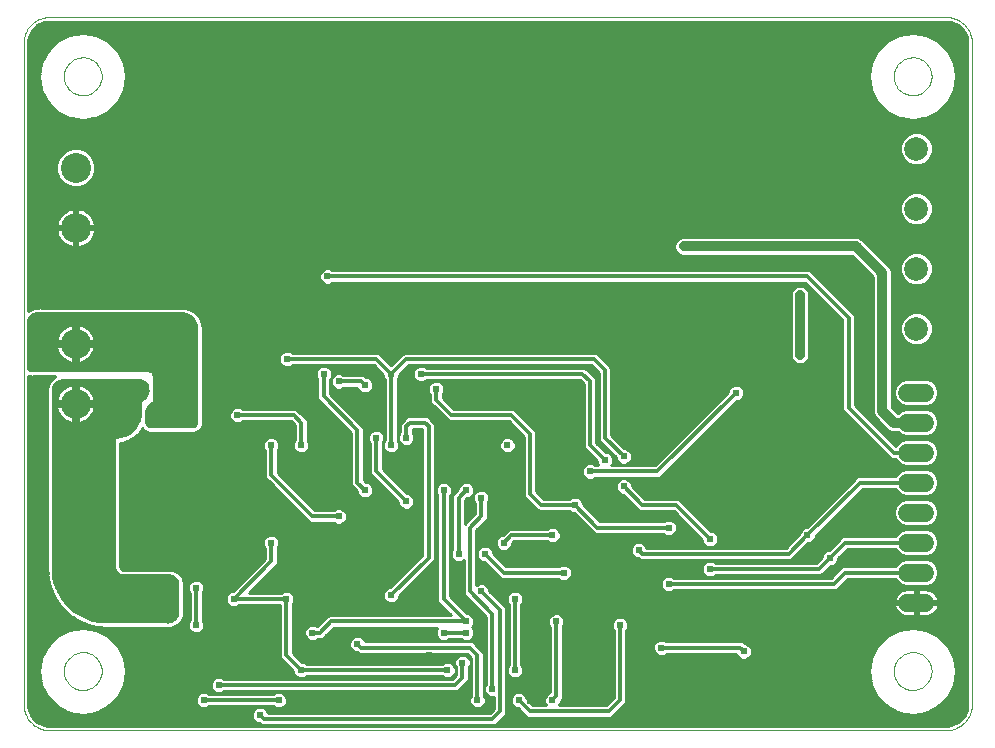
<source format=gbl>
G75*
G70*
%OFA0B0*%
%FSLAX24Y24*%
%IPPOS*%
%LPD*%
%AMOC8*
5,1,8,0,0,1.08239X$1,22.5*
%
%ADD10C,0.0000*%
%ADD11C,0.1000*%
%ADD12C,0.0787*%
%ADD13C,0.0594*%
%ADD14C,0.0100*%
%ADD15C,0.0242*%
%ADD16C,0.0120*%
%ADD17C,0.0472*%
%ADD18C,0.0320*%
D10*
X003736Y007660D02*
X033762Y007660D01*
X033763Y007660D02*
X033820Y007666D01*
X033877Y007676D01*
X033933Y007690D01*
X033988Y007708D01*
X034042Y007729D01*
X034094Y007754D01*
X034144Y007783D01*
X034192Y007815D01*
X034238Y007850D01*
X034282Y007888D01*
X034322Y007928D01*
X034360Y007972D01*
X034395Y008018D01*
X034427Y008066D01*
X034456Y008116D01*
X034481Y008168D01*
X034502Y008222D01*
X034520Y008277D01*
X034534Y008333D01*
X034544Y008390D01*
X034550Y008447D01*
X034550Y030637D01*
X034550Y030638D02*
X034544Y030695D01*
X034534Y030752D01*
X034520Y030808D01*
X034502Y030863D01*
X034481Y030917D01*
X034456Y030969D01*
X034427Y031019D01*
X034395Y031067D01*
X034360Y031113D01*
X034322Y031157D01*
X034282Y031197D01*
X034238Y031235D01*
X034192Y031270D01*
X034144Y031302D01*
X034094Y031331D01*
X034042Y031356D01*
X033988Y031377D01*
X033933Y031395D01*
X033877Y031409D01*
X033820Y031419D01*
X033763Y031425D01*
X033762Y031425D02*
X003736Y031425D01*
X003679Y031419D01*
X003622Y031409D01*
X003566Y031395D01*
X003511Y031377D01*
X003457Y031356D01*
X003405Y031331D01*
X003355Y031302D01*
X003307Y031270D01*
X003261Y031235D01*
X003217Y031197D01*
X003177Y031157D01*
X003139Y031113D01*
X003104Y031067D01*
X003072Y031019D01*
X003043Y030969D01*
X003018Y030917D01*
X002997Y030863D01*
X002979Y030808D01*
X002965Y030752D01*
X002955Y030695D01*
X002949Y030638D01*
X002949Y030637D02*
X002949Y008447D01*
X002955Y008390D01*
X002965Y008333D01*
X002979Y008277D01*
X002997Y008222D01*
X003018Y008168D01*
X003043Y008116D01*
X003072Y008066D01*
X003104Y008018D01*
X003139Y007972D01*
X003177Y007928D01*
X003217Y007888D01*
X003261Y007850D01*
X003307Y007815D01*
X003355Y007783D01*
X003405Y007754D01*
X003457Y007729D01*
X003511Y007708D01*
X003566Y007690D01*
X003622Y007676D01*
X003679Y007666D01*
X003736Y007660D01*
X004287Y009629D02*
X004289Y009679D01*
X004295Y009729D01*
X004305Y009778D01*
X004319Y009826D01*
X004336Y009873D01*
X004357Y009918D01*
X004382Y009962D01*
X004410Y010003D01*
X004442Y010042D01*
X004476Y010079D01*
X004513Y010113D01*
X004553Y010143D01*
X004595Y010170D01*
X004639Y010194D01*
X004685Y010215D01*
X004732Y010231D01*
X004780Y010244D01*
X004830Y010253D01*
X004879Y010258D01*
X004930Y010259D01*
X004980Y010256D01*
X005029Y010249D01*
X005078Y010238D01*
X005126Y010223D01*
X005172Y010205D01*
X005217Y010183D01*
X005260Y010157D01*
X005301Y010128D01*
X005340Y010096D01*
X005376Y010061D01*
X005408Y010023D01*
X005438Y009983D01*
X005465Y009940D01*
X005488Y009896D01*
X005507Y009850D01*
X005523Y009802D01*
X005535Y009753D01*
X005543Y009704D01*
X005547Y009654D01*
X005547Y009604D01*
X005543Y009554D01*
X005535Y009505D01*
X005523Y009456D01*
X005507Y009408D01*
X005488Y009362D01*
X005465Y009318D01*
X005438Y009275D01*
X005408Y009235D01*
X005376Y009197D01*
X005340Y009162D01*
X005301Y009130D01*
X005260Y009101D01*
X005217Y009075D01*
X005172Y009053D01*
X005126Y009035D01*
X005078Y009020D01*
X005029Y009009D01*
X004980Y009002D01*
X004930Y008999D01*
X004879Y009000D01*
X004830Y009005D01*
X004780Y009014D01*
X004732Y009027D01*
X004685Y009043D01*
X004639Y009064D01*
X004595Y009088D01*
X004553Y009115D01*
X004513Y009145D01*
X004476Y009179D01*
X004442Y009216D01*
X004410Y009255D01*
X004382Y009296D01*
X004357Y009340D01*
X004336Y009385D01*
X004319Y009432D01*
X004305Y009480D01*
X004295Y009529D01*
X004289Y009579D01*
X004287Y009629D01*
X004287Y029456D02*
X004289Y029506D01*
X004295Y029556D01*
X004305Y029605D01*
X004319Y029653D01*
X004336Y029700D01*
X004357Y029745D01*
X004382Y029789D01*
X004410Y029830D01*
X004442Y029869D01*
X004476Y029906D01*
X004513Y029940D01*
X004553Y029970D01*
X004595Y029997D01*
X004639Y030021D01*
X004685Y030042D01*
X004732Y030058D01*
X004780Y030071D01*
X004830Y030080D01*
X004879Y030085D01*
X004930Y030086D01*
X004980Y030083D01*
X005029Y030076D01*
X005078Y030065D01*
X005126Y030050D01*
X005172Y030032D01*
X005217Y030010D01*
X005260Y029984D01*
X005301Y029955D01*
X005340Y029923D01*
X005376Y029888D01*
X005408Y029850D01*
X005438Y029810D01*
X005465Y029767D01*
X005488Y029723D01*
X005507Y029677D01*
X005523Y029629D01*
X005535Y029580D01*
X005543Y029531D01*
X005547Y029481D01*
X005547Y029431D01*
X005543Y029381D01*
X005535Y029332D01*
X005523Y029283D01*
X005507Y029235D01*
X005488Y029189D01*
X005465Y029145D01*
X005438Y029102D01*
X005408Y029062D01*
X005376Y029024D01*
X005340Y028989D01*
X005301Y028957D01*
X005260Y028928D01*
X005217Y028902D01*
X005172Y028880D01*
X005126Y028862D01*
X005078Y028847D01*
X005029Y028836D01*
X004980Y028829D01*
X004930Y028826D01*
X004879Y028827D01*
X004830Y028832D01*
X004780Y028841D01*
X004732Y028854D01*
X004685Y028870D01*
X004639Y028891D01*
X004595Y028915D01*
X004553Y028942D01*
X004513Y028972D01*
X004476Y029006D01*
X004442Y029043D01*
X004410Y029082D01*
X004382Y029123D01*
X004357Y029167D01*
X004336Y029212D01*
X004319Y029259D01*
X004305Y029307D01*
X004295Y029356D01*
X004289Y029406D01*
X004287Y029456D01*
X031951Y029456D02*
X031953Y029506D01*
X031959Y029556D01*
X031969Y029605D01*
X031983Y029653D01*
X032000Y029700D01*
X032021Y029745D01*
X032046Y029789D01*
X032074Y029830D01*
X032106Y029869D01*
X032140Y029906D01*
X032177Y029940D01*
X032217Y029970D01*
X032259Y029997D01*
X032303Y030021D01*
X032349Y030042D01*
X032396Y030058D01*
X032444Y030071D01*
X032494Y030080D01*
X032543Y030085D01*
X032594Y030086D01*
X032644Y030083D01*
X032693Y030076D01*
X032742Y030065D01*
X032790Y030050D01*
X032836Y030032D01*
X032881Y030010D01*
X032924Y029984D01*
X032965Y029955D01*
X033004Y029923D01*
X033040Y029888D01*
X033072Y029850D01*
X033102Y029810D01*
X033129Y029767D01*
X033152Y029723D01*
X033171Y029677D01*
X033187Y029629D01*
X033199Y029580D01*
X033207Y029531D01*
X033211Y029481D01*
X033211Y029431D01*
X033207Y029381D01*
X033199Y029332D01*
X033187Y029283D01*
X033171Y029235D01*
X033152Y029189D01*
X033129Y029145D01*
X033102Y029102D01*
X033072Y029062D01*
X033040Y029024D01*
X033004Y028989D01*
X032965Y028957D01*
X032924Y028928D01*
X032881Y028902D01*
X032836Y028880D01*
X032790Y028862D01*
X032742Y028847D01*
X032693Y028836D01*
X032644Y028829D01*
X032594Y028826D01*
X032543Y028827D01*
X032494Y028832D01*
X032444Y028841D01*
X032396Y028854D01*
X032349Y028870D01*
X032303Y028891D01*
X032259Y028915D01*
X032217Y028942D01*
X032177Y028972D01*
X032140Y029006D01*
X032106Y029043D01*
X032074Y029082D01*
X032046Y029123D01*
X032021Y029167D01*
X032000Y029212D01*
X031983Y029259D01*
X031969Y029307D01*
X031959Y029356D01*
X031953Y029406D01*
X031951Y029456D01*
X031951Y009629D02*
X031953Y009679D01*
X031959Y009729D01*
X031969Y009778D01*
X031983Y009826D01*
X032000Y009873D01*
X032021Y009918D01*
X032046Y009962D01*
X032074Y010003D01*
X032106Y010042D01*
X032140Y010079D01*
X032177Y010113D01*
X032217Y010143D01*
X032259Y010170D01*
X032303Y010194D01*
X032349Y010215D01*
X032396Y010231D01*
X032444Y010244D01*
X032494Y010253D01*
X032543Y010258D01*
X032594Y010259D01*
X032644Y010256D01*
X032693Y010249D01*
X032742Y010238D01*
X032790Y010223D01*
X032836Y010205D01*
X032881Y010183D01*
X032924Y010157D01*
X032965Y010128D01*
X033004Y010096D01*
X033040Y010061D01*
X033072Y010023D01*
X033102Y009983D01*
X033129Y009940D01*
X033152Y009896D01*
X033171Y009850D01*
X033187Y009802D01*
X033199Y009753D01*
X033207Y009704D01*
X033211Y009654D01*
X033211Y009604D01*
X033207Y009554D01*
X033199Y009505D01*
X033187Y009456D01*
X033171Y009408D01*
X033152Y009362D01*
X033129Y009318D01*
X033102Y009275D01*
X033072Y009235D01*
X033040Y009197D01*
X033004Y009162D01*
X032965Y009130D01*
X032924Y009101D01*
X032881Y009075D01*
X032836Y009053D01*
X032790Y009035D01*
X032742Y009020D01*
X032693Y009009D01*
X032644Y009002D01*
X032594Y008999D01*
X032543Y009000D01*
X032494Y009005D01*
X032444Y009014D01*
X032396Y009027D01*
X032349Y009043D01*
X032303Y009064D01*
X032259Y009088D01*
X032217Y009115D01*
X032177Y009145D01*
X032140Y009179D01*
X032106Y009216D01*
X032074Y009255D01*
X032046Y009296D01*
X032021Y009340D01*
X032000Y009385D01*
X031983Y009432D01*
X031969Y009480D01*
X031959Y009529D01*
X031953Y009579D01*
X031951Y009629D01*
D11*
X004689Y018527D03*
X004689Y020527D03*
X004689Y024402D03*
X004689Y026402D03*
D12*
X032708Y027043D03*
X032708Y025043D03*
X032708Y023043D03*
X032708Y021043D03*
D13*
X032995Y018910D02*
X032402Y018910D01*
X032402Y017910D02*
X032995Y017910D01*
X032995Y016910D02*
X032402Y016910D01*
X032402Y015910D02*
X032995Y015910D01*
X032995Y014910D02*
X032402Y014910D01*
X032402Y013910D02*
X032995Y013910D01*
X032995Y012910D02*
X032402Y012910D01*
X032402Y011910D02*
X032995Y011910D01*
D14*
X032747Y011896D02*
X034400Y011896D01*
X034400Y011994D02*
X033434Y011994D01*
X033431Y012015D02*
X033409Y012082D01*
X033378Y012144D01*
X033336Y012201D01*
X033286Y012251D01*
X033230Y012292D01*
X033167Y012324D01*
X033100Y012346D01*
X033031Y012357D01*
X032747Y012357D01*
X032747Y011958D01*
X033440Y011958D01*
X033431Y012015D01*
X033404Y012093D02*
X034400Y012093D01*
X034400Y012191D02*
X033344Y012191D01*
X033233Y012290D02*
X034400Y012290D01*
X034400Y012388D02*
X030099Y012388D01*
X030159Y012448D02*
X030410Y012700D01*
X032005Y012700D01*
X032023Y012657D01*
X032149Y012531D01*
X032313Y012463D01*
X033084Y012463D01*
X033248Y012531D01*
X033374Y012657D01*
X033442Y012821D01*
X033442Y012999D01*
X033374Y013163D01*
X033248Y013289D01*
X033084Y013357D01*
X032313Y013357D01*
X032149Y013289D01*
X032023Y013163D01*
X032005Y013120D01*
X030237Y013120D01*
X029862Y012745D01*
X024622Y012745D01*
X024602Y012765D01*
X024502Y012806D01*
X024395Y012806D01*
X024295Y012765D01*
X024219Y012689D01*
X024177Y012589D01*
X024177Y012481D01*
X024219Y012381D01*
X024295Y012305D01*
X024395Y012264D01*
X024502Y012264D01*
X024602Y012305D01*
X024622Y012325D01*
X030035Y012325D01*
X030159Y012448D01*
X030197Y012487D02*
X032256Y012487D01*
X032297Y012346D02*
X032230Y012324D01*
X032167Y012292D01*
X032111Y012251D01*
X032061Y012201D01*
X032019Y012144D01*
X031988Y012082D01*
X031966Y012015D01*
X031957Y011958D01*
X032650Y011958D01*
X032650Y011862D01*
X031957Y011862D01*
X031966Y011805D01*
X031988Y011738D01*
X032019Y011676D01*
X032061Y011619D01*
X032111Y011569D01*
X032167Y011528D01*
X032230Y011496D01*
X032297Y011474D01*
X032366Y011463D01*
X032650Y011463D01*
X032650Y011862D01*
X032747Y011862D01*
X032747Y011958D01*
X032650Y011958D01*
X032650Y012357D01*
X032366Y012357D01*
X032297Y012346D01*
X032164Y012290D02*
X024564Y012290D01*
X024333Y012290D02*
X019417Y012290D01*
X019377Y012306D02*
X019270Y012306D01*
X019170Y012265D01*
X019094Y012189D01*
X019052Y012089D01*
X019052Y011981D01*
X019094Y011881D01*
X019114Y011862D01*
X019114Y009833D01*
X019094Y009814D01*
X019052Y009714D01*
X019052Y009606D01*
X019094Y009506D01*
X019170Y009430D01*
X019270Y009389D01*
X019377Y009389D01*
X019477Y009430D01*
X019553Y009506D01*
X019595Y009606D01*
X019595Y009714D01*
X019553Y009814D01*
X019534Y009833D01*
X019534Y011862D01*
X019553Y011881D01*
X019595Y011981D01*
X019595Y012089D01*
X019553Y012189D01*
X019477Y012265D01*
X019377Y012306D01*
X019230Y012290D02*
X018491Y012290D01*
X018470Y012311D02*
X018470Y012339D01*
X018428Y012439D01*
X018352Y012515D01*
X018252Y012556D01*
X018145Y012556D01*
X018045Y012515D01*
X018034Y012503D01*
X018034Y014323D01*
X018409Y014698D01*
X018409Y015237D01*
X018428Y015256D01*
X018470Y015356D01*
X018470Y015464D01*
X018428Y015564D01*
X018352Y015640D01*
X018252Y015681D01*
X018145Y015681D01*
X018045Y015640D01*
X017969Y015564D01*
X017927Y015464D01*
X017927Y015356D01*
X017969Y015256D01*
X017989Y015237D01*
X017989Y014872D01*
X017737Y014620D01*
X017659Y014542D01*
X017659Y015323D01*
X017724Y015389D01*
X017752Y015389D01*
X017852Y015430D01*
X017928Y015506D01*
X017970Y015606D01*
X017970Y015714D01*
X017928Y015814D01*
X017852Y015890D01*
X017752Y015931D01*
X017645Y015931D01*
X017545Y015890D01*
X017469Y015814D01*
X017427Y015714D01*
X017427Y015686D01*
X017362Y015620D01*
X017362Y015620D01*
X017239Y015497D01*
X017239Y013708D01*
X017219Y013689D01*
X017177Y013589D01*
X017177Y013481D01*
X017219Y013381D01*
X017295Y013305D01*
X017395Y013264D01*
X017502Y013264D01*
X017602Y013305D01*
X017614Y013317D01*
X017614Y012198D01*
X017737Y012075D01*
X018364Y011448D01*
X018364Y009208D01*
X018344Y009189D01*
X018302Y009089D01*
X018302Y008981D01*
X018344Y008881D01*
X018420Y008805D01*
X018520Y008764D01*
X018614Y008764D01*
X018614Y008372D01*
X018487Y008245D01*
X011082Y008245D01*
X011053Y008314D01*
X010977Y008390D01*
X010877Y008431D01*
X010770Y008431D01*
X010670Y008390D01*
X010594Y008314D01*
X010552Y008214D01*
X010552Y008106D01*
X010594Y008006D01*
X010670Y007930D01*
X010770Y007889D01*
X010798Y007889D01*
X010862Y007825D01*
X018660Y007825D01*
X018784Y007948D01*
X019034Y008198D01*
X019034Y011747D01*
X018910Y011870D01*
X018470Y012311D01*
X018449Y012388D02*
X024216Y012388D01*
X024177Y012487D02*
X018380Y012487D01*
X018034Y012585D02*
X024177Y012585D01*
X024217Y012684D02*
X021105Y012684D01*
X021102Y012680D02*
X021178Y012756D01*
X021220Y012856D01*
X021220Y012964D01*
X021178Y013064D01*
X021102Y013140D01*
X021002Y013181D01*
X020895Y013181D01*
X020795Y013140D01*
X020775Y013120D01*
X019035Y013120D01*
X018595Y013561D01*
X018595Y013589D01*
X018553Y013689D01*
X018477Y013765D01*
X018377Y013806D01*
X018270Y013806D01*
X018170Y013765D01*
X018094Y013689D01*
X018052Y013589D01*
X018052Y013481D01*
X018094Y013381D01*
X018170Y013305D01*
X018270Y013264D01*
X018298Y013264D01*
X018739Y012823D01*
X018862Y012700D01*
X020775Y012700D01*
X020795Y012680D01*
X020895Y012639D01*
X021002Y012639D01*
X021102Y012680D01*
X021189Y012782D02*
X024337Y012782D01*
X024560Y012782D02*
X025726Y012782D01*
X025770Y012764D02*
X025670Y012805D01*
X025594Y012881D01*
X025552Y012981D01*
X025552Y013089D01*
X025594Y013189D01*
X025670Y013265D01*
X025770Y013306D01*
X025877Y013306D01*
X025977Y013265D01*
X025997Y013245D01*
X029362Y013245D01*
X029552Y013436D01*
X029552Y013464D01*
X029594Y013564D01*
X029670Y013640D01*
X029770Y013681D01*
X029798Y013681D01*
X030114Y013997D01*
X030237Y014120D01*
X032005Y014120D01*
X032023Y014163D01*
X032149Y014289D01*
X032313Y014357D01*
X033084Y014357D01*
X033248Y014289D01*
X033374Y014163D01*
X033442Y013999D01*
X033442Y013821D01*
X033374Y013657D01*
X033248Y013531D01*
X033084Y013463D01*
X032313Y013463D01*
X032149Y013531D01*
X032023Y013657D01*
X032005Y013700D01*
X030410Y013700D01*
X030095Y013384D01*
X030095Y013356D01*
X030053Y013256D01*
X029977Y013180D01*
X029877Y013139D01*
X029849Y013139D01*
X029535Y012825D01*
X025997Y012825D01*
X025977Y012805D01*
X025877Y012764D01*
X025770Y012764D01*
X025921Y012782D02*
X029899Y012782D01*
X029997Y012881D02*
X029591Y012881D01*
X029690Y012979D02*
X030096Y012979D01*
X030194Y013078D02*
X029788Y013078D01*
X029967Y013176D02*
X032036Y013176D01*
X032134Y013275D02*
X030061Y013275D01*
X030095Y013373D02*
X034400Y013373D01*
X034400Y013275D02*
X033263Y013275D01*
X033361Y013176D02*
X034400Y013176D01*
X034400Y013078D02*
X033410Y013078D01*
X033442Y012979D02*
X034400Y012979D01*
X034400Y012881D02*
X033442Y012881D01*
X033426Y012782D02*
X034400Y012782D01*
X034400Y012684D02*
X033385Y012684D01*
X033302Y012585D02*
X034400Y012585D01*
X034400Y012487D02*
X033141Y012487D01*
X032747Y012290D02*
X032650Y012290D01*
X032650Y012191D02*
X032747Y012191D01*
X032747Y012093D02*
X032650Y012093D01*
X032650Y011994D02*
X032747Y011994D01*
X032747Y011862D02*
X033440Y011862D01*
X033431Y011805D01*
X033409Y011738D01*
X033378Y011676D01*
X033336Y011619D01*
X033286Y011569D01*
X033230Y011528D01*
X033167Y011496D01*
X033100Y011474D01*
X033031Y011463D01*
X032747Y011463D01*
X032747Y011862D01*
X032747Y011797D02*
X032650Y011797D01*
X032650Y011699D02*
X032747Y011699D01*
X032747Y011600D02*
X032650Y011600D01*
X032650Y011502D02*
X032747Y011502D01*
X032650Y011896D02*
X019559Y011896D01*
X019534Y011797D02*
X031969Y011797D01*
X032008Y011699D02*
X019534Y011699D01*
X019534Y011600D02*
X032080Y011600D01*
X032219Y011502D02*
X020865Y011502D01*
X020852Y011515D02*
X020752Y011556D01*
X020645Y011556D01*
X020545Y011515D01*
X020469Y011439D01*
X020427Y011339D01*
X020427Y011231D01*
X020469Y011131D01*
X020489Y011112D01*
X020489Y008918D01*
X020420Y008890D01*
X020344Y008814D01*
X020302Y008714D01*
X020302Y008606D01*
X020344Y008506D01*
X020355Y008495D01*
X019910Y008495D01*
X019720Y008686D01*
X019720Y008714D01*
X019678Y008814D01*
X019602Y008890D01*
X019502Y008931D01*
X019395Y008931D01*
X019295Y008890D01*
X019219Y008814D01*
X019177Y008714D01*
X019177Y008606D01*
X019219Y008506D01*
X019295Y008430D01*
X019395Y008389D01*
X019423Y008389D01*
X019737Y008075D01*
X022535Y008075D01*
X022659Y008198D01*
X023034Y008573D01*
X023034Y010987D01*
X023053Y011006D01*
X023095Y011106D01*
X023095Y011214D01*
X023053Y011314D01*
X022977Y011390D01*
X022877Y011431D01*
X022770Y011431D01*
X022670Y011390D01*
X022594Y011314D01*
X022552Y011214D01*
X022552Y011106D01*
X022594Y011006D01*
X022614Y010987D01*
X022614Y008747D01*
X022362Y008495D01*
X020792Y008495D01*
X020803Y008506D01*
X020845Y008606D01*
X020845Y008634D01*
X020909Y008698D01*
X020909Y011112D01*
X020928Y011131D01*
X020970Y011231D01*
X020970Y011339D01*
X020928Y011439D01*
X020852Y011515D01*
X020943Y011403D02*
X022702Y011403D01*
X022590Y011305D02*
X020970Y011305D01*
X020959Y011206D02*
X022552Y011206D01*
X022552Y011108D02*
X020909Y011108D01*
X020909Y011009D02*
X022593Y011009D01*
X022614Y010911D02*
X020909Y010911D01*
X020909Y010812D02*
X022614Y010812D01*
X022614Y010714D02*
X020909Y010714D01*
X020909Y010615D02*
X022614Y010615D01*
X022614Y010517D02*
X020909Y010517D01*
X020909Y010418D02*
X022614Y010418D01*
X022614Y010320D02*
X020909Y010320D01*
X020909Y010221D02*
X022614Y010221D01*
X022614Y010123D02*
X020909Y010123D01*
X020909Y010024D02*
X022614Y010024D01*
X022614Y009926D02*
X020909Y009926D01*
X020909Y009827D02*
X022614Y009827D01*
X022614Y009729D02*
X020909Y009729D01*
X020909Y009630D02*
X022614Y009630D01*
X022614Y009532D02*
X020909Y009532D01*
X020909Y009433D02*
X022614Y009433D01*
X022614Y009335D02*
X020909Y009335D01*
X020909Y009236D02*
X022614Y009236D01*
X022614Y009138D02*
X020909Y009138D01*
X020909Y009039D02*
X022614Y009039D01*
X022614Y008941D02*
X020909Y008941D01*
X020909Y008842D02*
X022614Y008842D01*
X022610Y008744D02*
X020909Y008744D01*
X020855Y008645D02*
X022512Y008645D01*
X022413Y008547D02*
X020820Y008547D01*
X020327Y008547D02*
X019859Y008547D01*
X019760Y008645D02*
X020302Y008645D01*
X020315Y008744D02*
X019707Y008744D01*
X019650Y008842D02*
X020372Y008842D01*
X020489Y008941D02*
X019034Y008941D01*
X019034Y009039D02*
X020489Y009039D01*
X020489Y009138D02*
X019034Y009138D01*
X019034Y009236D02*
X020489Y009236D01*
X020489Y009335D02*
X019034Y009335D01*
X019034Y009433D02*
X019167Y009433D01*
X019083Y009532D02*
X019034Y009532D01*
X019034Y009630D02*
X019052Y009630D01*
X019059Y009729D02*
X019034Y009729D01*
X019034Y009827D02*
X019107Y009827D01*
X019114Y009926D02*
X019034Y009926D01*
X019034Y010024D02*
X019114Y010024D01*
X019114Y010123D02*
X019034Y010123D01*
X019034Y010221D02*
X019114Y010221D01*
X019114Y010320D02*
X019034Y010320D01*
X019034Y010418D02*
X019114Y010418D01*
X019114Y010517D02*
X019034Y010517D01*
X019034Y010615D02*
X019114Y010615D01*
X019114Y010714D02*
X019034Y010714D01*
X019034Y010812D02*
X019114Y010812D01*
X019114Y010911D02*
X019034Y010911D01*
X019034Y011009D02*
X019114Y011009D01*
X019114Y011108D02*
X019034Y011108D01*
X019034Y011206D02*
X019114Y011206D01*
X019114Y011305D02*
X019034Y011305D01*
X019034Y011403D02*
X019114Y011403D01*
X019114Y011502D02*
X019034Y011502D01*
X019034Y011600D02*
X019114Y011600D01*
X019114Y011699D02*
X019034Y011699D01*
X018983Y011797D02*
X019114Y011797D01*
X019088Y011896D02*
X018885Y011896D01*
X018910Y011870D02*
X018910Y011870D01*
X018786Y011994D02*
X019052Y011994D01*
X019054Y012093D02*
X018688Y012093D01*
X018589Y012191D02*
X019096Y012191D01*
X019551Y012191D02*
X032053Y012191D01*
X031993Y012093D02*
X019593Y012093D01*
X019595Y011994D02*
X031963Y011994D01*
X032095Y012585D02*
X030296Y012585D01*
X030394Y012684D02*
X032012Y012684D01*
X032293Y013472D02*
X030182Y013472D01*
X030281Y013570D02*
X032110Y013570D01*
X032018Y013669D02*
X030379Y013669D01*
X030081Y013964D02*
X029261Y013964D01*
X029227Y013930D02*
X029303Y014006D01*
X029345Y014106D01*
X029345Y014134D01*
X030910Y015700D01*
X032005Y015700D01*
X032023Y015657D01*
X032149Y015531D01*
X032313Y015463D01*
X033084Y015463D01*
X033248Y015531D01*
X033374Y015657D01*
X033442Y015821D01*
X033442Y015999D01*
X033374Y016163D01*
X033248Y016289D01*
X033084Y016357D01*
X032313Y016357D01*
X032149Y016289D01*
X032023Y016163D01*
X032005Y016120D01*
X030737Y016120D01*
X030614Y015997D01*
X029048Y014431D01*
X029020Y014431D01*
X028920Y014390D01*
X028844Y014314D01*
X028802Y014214D01*
X028802Y014186D01*
X028362Y013745D01*
X023707Y013745D01*
X023678Y013814D01*
X023602Y013890D01*
X023502Y013931D01*
X023395Y013931D01*
X023295Y013890D01*
X023219Y013814D01*
X023177Y013714D01*
X023177Y013606D01*
X023219Y013506D01*
X023295Y013430D01*
X023395Y013389D01*
X023423Y013389D01*
X023487Y013325D01*
X028535Y013325D01*
X029099Y013889D01*
X029127Y013889D01*
X029227Y013930D01*
X029076Y013866D02*
X029982Y013866D01*
X029884Y013767D02*
X028978Y013767D01*
X028879Y013669D02*
X029739Y013669D01*
X029600Y013570D02*
X028781Y013570D01*
X028682Y013472D02*
X029556Y013472D01*
X029490Y013373D02*
X028584Y013373D01*
X028384Y013767D02*
X025885Y013767D01*
X025877Y013764D02*
X025977Y013805D01*
X026053Y013881D01*
X026095Y013981D01*
X026095Y014089D01*
X026053Y014189D01*
X025977Y014265D01*
X025877Y014306D01*
X025849Y014306D01*
X024909Y015247D01*
X024785Y015370D01*
X023660Y015370D01*
X023220Y015811D01*
X023220Y015839D01*
X023178Y015939D01*
X023102Y016015D01*
X023002Y016056D01*
X022895Y016056D01*
X022795Y016015D01*
X022719Y015939D01*
X022677Y015839D01*
X022677Y015731D01*
X022719Y015631D01*
X022795Y015555D01*
X022895Y015514D01*
X022923Y015514D01*
X023364Y015073D01*
X023487Y014950D01*
X024612Y014950D01*
X025552Y014009D01*
X025552Y013981D01*
X025594Y013881D01*
X025670Y013805D01*
X025770Y013764D01*
X025877Y013764D01*
X025762Y013767D02*
X023698Y013767D01*
X023626Y013866D02*
X025610Y013866D01*
X025560Y013964D02*
X020761Y013964D01*
X020727Y013930D02*
X020803Y014006D01*
X020845Y014106D01*
X020845Y014214D01*
X020803Y014314D01*
X020727Y014390D01*
X020627Y014431D01*
X020520Y014431D01*
X020420Y014390D01*
X020400Y014370D01*
X019112Y014370D01*
X018923Y014181D01*
X018895Y014181D01*
X018795Y014140D01*
X018719Y014064D01*
X018677Y013964D01*
X018677Y013856D01*
X018719Y013756D01*
X018795Y013680D01*
X018895Y013639D01*
X019002Y013639D01*
X019102Y013680D01*
X019178Y013756D01*
X019220Y013856D01*
X019220Y013884D01*
X019285Y013950D01*
X020400Y013950D01*
X020420Y013930D01*
X020520Y013889D01*
X020627Y013889D01*
X020727Y013930D01*
X020826Y014063D02*
X025499Y014063D01*
X025401Y014161D02*
X024556Y014161D01*
X024602Y014180D02*
X024678Y014256D01*
X024720Y014356D01*
X024720Y014464D01*
X024678Y014564D01*
X024602Y014640D01*
X024502Y014681D01*
X024395Y014681D01*
X024295Y014640D01*
X024275Y014620D01*
X022160Y014620D01*
X021595Y015186D01*
X021595Y015214D01*
X021553Y015314D01*
X021477Y015390D01*
X021377Y015431D01*
X021270Y015431D01*
X021170Y015390D01*
X021150Y015370D01*
X020285Y015370D01*
X020034Y015622D01*
X020034Y017622D01*
X019409Y018247D01*
X019285Y018370D01*
X017285Y018370D01*
X016909Y018747D01*
X016909Y018862D01*
X016928Y018881D01*
X016970Y018981D01*
X016970Y019089D01*
X016928Y019189D01*
X016852Y019265D01*
X016752Y019306D01*
X016645Y019306D01*
X016545Y019265D01*
X016469Y019189D01*
X016427Y019089D01*
X016427Y018981D01*
X016469Y018881D01*
X016489Y018862D01*
X016489Y018573D01*
X016612Y018450D01*
X017112Y017950D01*
X019112Y017950D01*
X019614Y017448D01*
X019614Y015448D01*
X019737Y015325D01*
X020112Y014950D01*
X021150Y014950D01*
X021170Y014930D01*
X021270Y014889D01*
X021298Y014889D01*
X021987Y014200D01*
X024275Y014200D01*
X024295Y014180D01*
X024395Y014139D01*
X024502Y014139D01*
X024602Y014180D01*
X024680Y014260D02*
X025302Y014260D01*
X025204Y014358D02*
X024720Y014358D01*
X024720Y014457D02*
X025105Y014457D01*
X025007Y014555D02*
X024682Y014555D01*
X024569Y014654D02*
X024908Y014654D01*
X024810Y014752D02*
X022028Y014752D01*
X021930Y014851D02*
X024711Y014851D01*
X024613Y014949D02*
X021831Y014949D01*
X021733Y015048D02*
X023389Y015048D01*
X023364Y015073D02*
X023364Y015073D01*
X023291Y015146D02*
X021634Y015146D01*
X021582Y015245D02*
X023192Y015245D01*
X023094Y015343D02*
X021524Y015343D01*
X021336Y014851D02*
X018409Y014851D01*
X018409Y014949D02*
X021151Y014949D01*
X021435Y014752D02*
X018409Y014752D01*
X018364Y014654D02*
X021533Y014654D01*
X021632Y014555D02*
X018266Y014555D01*
X018167Y014457D02*
X021730Y014457D01*
X021829Y014358D02*
X020759Y014358D01*
X020826Y014260D02*
X021927Y014260D01*
X022127Y014654D02*
X024328Y014654D01*
X024341Y014161D02*
X020845Y014161D01*
X020883Y013176D02*
X018979Y013176D01*
X018881Y013275D02*
X025694Y013275D01*
X025589Y013176D02*
X021015Y013176D01*
X021164Y013078D02*
X025552Y013078D01*
X025553Y012979D02*
X021213Y012979D01*
X021220Y012881D02*
X025595Y012881D01*
X025953Y013275D02*
X029391Y013275D01*
X029326Y014063D02*
X030179Y014063D01*
X029766Y014555D02*
X032125Y014555D01*
X032149Y014531D02*
X032313Y014463D01*
X033084Y014463D01*
X033248Y014531D01*
X033374Y014657D01*
X033442Y014821D01*
X033442Y014999D01*
X033374Y015163D01*
X033248Y015289D01*
X033084Y015357D01*
X032313Y015357D01*
X032149Y015289D01*
X032023Y015163D01*
X031955Y014999D01*
X031955Y014821D01*
X032023Y014657D01*
X032149Y014531D01*
X032026Y014654D02*
X029864Y014654D01*
X029963Y014752D02*
X031983Y014752D01*
X031955Y014851D02*
X030061Y014851D01*
X030160Y014949D02*
X031955Y014949D01*
X031975Y015048D02*
X030258Y015048D01*
X030357Y015146D02*
X032016Y015146D01*
X032104Y015245D02*
X030455Y015245D01*
X030554Y015343D02*
X032279Y015343D01*
X032140Y015540D02*
X030751Y015540D01*
X030849Y015639D02*
X032041Y015639D01*
X032010Y016131D02*
X024217Y016131D01*
X024160Y016075D02*
X026724Y018639D01*
X026752Y018639D01*
X026852Y018680D01*
X026928Y018756D01*
X026970Y018856D01*
X026970Y018964D01*
X026928Y019064D01*
X026852Y019140D01*
X026752Y019181D01*
X026645Y019181D01*
X026545Y019140D01*
X026469Y019064D01*
X026427Y018964D01*
X026427Y018936D01*
X023987Y016495D01*
X022542Y016495D01*
X022553Y016506D01*
X022595Y016606D01*
X022595Y016714D01*
X022553Y016814D01*
X022477Y016890D01*
X022377Y016931D01*
X022349Y016931D01*
X022034Y017247D01*
X022034Y019372D01*
X021910Y019495D01*
X021660Y019745D01*
X016372Y019745D01*
X016352Y019765D01*
X016252Y019806D01*
X016145Y019806D01*
X016045Y019765D01*
X015969Y019689D01*
X015927Y019589D01*
X015927Y019481D01*
X015969Y019381D01*
X016045Y019305D01*
X016145Y019264D01*
X016252Y019264D01*
X016352Y019305D01*
X016372Y019325D01*
X021487Y019325D01*
X021614Y019198D01*
X021614Y017073D01*
X022052Y016634D01*
X022052Y016606D01*
X022094Y016506D01*
X022105Y016495D01*
X021997Y016495D01*
X021977Y016515D01*
X021877Y016556D01*
X021770Y016556D01*
X021670Y016515D01*
X021594Y016439D01*
X021552Y016339D01*
X021552Y016231D01*
X021594Y016131D01*
X020034Y016131D01*
X020034Y016033D02*
X021725Y016033D01*
X021770Y016014D02*
X021670Y016055D01*
X021594Y016131D01*
X021553Y016230D02*
X020034Y016230D01*
X020034Y016328D02*
X021552Y016328D01*
X021589Y016427D02*
X020034Y016427D01*
X020034Y016525D02*
X021695Y016525D01*
X021952Y016525D02*
X022086Y016525D01*
X022052Y016624D02*
X020034Y016624D01*
X020034Y016722D02*
X021964Y016722D01*
X021866Y016821D02*
X020034Y016821D01*
X020034Y016919D02*
X021767Y016919D01*
X021669Y017018D02*
X020034Y017018D01*
X020034Y017116D02*
X021614Y017116D01*
X021614Y017215D02*
X020034Y017215D01*
X020034Y017313D02*
X021614Y017313D01*
X021614Y017412D02*
X020034Y017412D01*
X020034Y017510D02*
X021614Y017510D01*
X021614Y017609D02*
X020034Y017609D01*
X019948Y017707D02*
X021614Y017707D01*
X021614Y017806D02*
X019850Y017806D01*
X019751Y017904D02*
X021614Y017904D01*
X021614Y018003D02*
X019653Y018003D01*
X019554Y018101D02*
X021614Y018101D01*
X021614Y018200D02*
X019456Y018200D01*
X019357Y018298D02*
X021614Y018298D01*
X021614Y018397D02*
X017259Y018397D01*
X017160Y018495D02*
X021614Y018495D01*
X021614Y018594D02*
X017062Y018594D01*
X016963Y018692D02*
X021614Y018692D01*
X021614Y018791D02*
X016909Y018791D01*
X016931Y018889D02*
X021614Y018889D01*
X021614Y018988D02*
X016970Y018988D01*
X016970Y019086D02*
X021614Y019086D01*
X021614Y019185D02*
X016930Y019185D01*
X016808Y019283D02*
X021528Y019283D01*
X021827Y019579D02*
X022108Y019579D01*
X022114Y019573D02*
X022114Y017323D01*
X022237Y017200D01*
X022677Y016759D01*
X022677Y016731D01*
X022719Y016631D01*
X022795Y016555D01*
X022895Y016514D01*
X023002Y016514D01*
X023102Y016555D01*
X023178Y016631D01*
X023220Y016731D01*
X023220Y016839D01*
X023178Y016939D01*
X023102Y017015D01*
X023002Y017056D01*
X022974Y017056D01*
X022534Y017497D01*
X022534Y019747D01*
X022159Y020122D01*
X022035Y020245D01*
X015612Y020245D01*
X015199Y019832D01*
X014785Y020245D01*
X011903Y020245D01*
X011883Y020265D01*
X011784Y020306D01*
X011676Y020306D01*
X011576Y020265D01*
X011500Y020189D01*
X011459Y020089D01*
X011459Y019981D01*
X011500Y019881D01*
X011576Y019805D01*
X011676Y019764D01*
X011784Y019764D01*
X011883Y019805D01*
X011903Y019825D01*
X014612Y019825D01*
X014927Y019509D01*
X014927Y019481D01*
X014969Y019381D01*
X014989Y019362D01*
X014989Y017333D01*
X014969Y017314D01*
X014927Y017214D01*
X014927Y017106D01*
X014969Y017006D01*
X015045Y016930D01*
X015145Y016889D01*
X015252Y016889D01*
X015352Y016930D01*
X015428Y017006D01*
X015470Y017106D01*
X015470Y017214D01*
X015428Y017314D01*
X015409Y017333D01*
X015409Y019362D01*
X015428Y019381D01*
X015470Y019481D01*
X015470Y019509D01*
X015785Y019825D01*
X021862Y019825D01*
X022114Y019573D01*
X022114Y019480D02*
X021925Y019480D01*
X022024Y019382D02*
X022114Y019382D01*
X022114Y019283D02*
X022034Y019283D01*
X022034Y019185D02*
X022114Y019185D01*
X022114Y019086D02*
X022034Y019086D01*
X022034Y018988D02*
X022114Y018988D01*
X022114Y018889D02*
X022034Y018889D01*
X022034Y018791D02*
X022114Y018791D01*
X022114Y018692D02*
X022034Y018692D01*
X022034Y018594D02*
X022114Y018594D01*
X022114Y018495D02*
X022034Y018495D01*
X022034Y018397D02*
X022114Y018397D01*
X022114Y018298D02*
X022034Y018298D01*
X022034Y018200D02*
X022114Y018200D01*
X022114Y018101D02*
X022034Y018101D01*
X022034Y018003D02*
X022114Y018003D01*
X022114Y017904D02*
X022034Y017904D01*
X022034Y017806D02*
X022114Y017806D01*
X022114Y017707D02*
X022034Y017707D01*
X022034Y017609D02*
X022114Y017609D01*
X022114Y017510D02*
X022034Y017510D01*
X022034Y017412D02*
X022114Y017412D01*
X022123Y017313D02*
X022034Y017313D01*
X022066Y017215D02*
X022222Y017215D01*
X022164Y017116D02*
X022320Y017116D01*
X022263Y017018D02*
X022419Y017018D01*
X022406Y016919D02*
X022517Y016919D01*
X022546Y016821D02*
X022616Y016821D01*
X022591Y016722D02*
X022681Y016722D01*
X022727Y016624D02*
X022595Y016624D01*
X022561Y016525D02*
X022868Y016525D01*
X023029Y016525D02*
X024017Y016525D01*
X024115Y016624D02*
X023170Y016624D01*
X023216Y016722D02*
X024214Y016722D01*
X024312Y016821D02*
X023220Y016821D01*
X023186Y016919D02*
X024411Y016919D01*
X024509Y017018D02*
X023095Y017018D01*
X022914Y017116D02*
X024608Y017116D01*
X024706Y017215D02*
X022816Y017215D01*
X022717Y017313D02*
X024805Y017313D01*
X024903Y017412D02*
X022619Y017412D01*
X022534Y017510D02*
X025002Y017510D01*
X025100Y017609D02*
X022534Y017609D01*
X022534Y017707D02*
X025199Y017707D01*
X025297Y017806D02*
X022534Y017806D01*
X022534Y017904D02*
X025396Y017904D01*
X025494Y018003D02*
X022534Y018003D01*
X022534Y018101D02*
X025593Y018101D01*
X025691Y018200D02*
X022534Y018200D01*
X022534Y018298D02*
X025790Y018298D01*
X025888Y018397D02*
X022534Y018397D01*
X022534Y018495D02*
X025987Y018495D01*
X026085Y018594D02*
X022534Y018594D01*
X022534Y018692D02*
X026184Y018692D01*
X026282Y018791D02*
X022534Y018791D01*
X022534Y018889D02*
X026381Y018889D01*
X026437Y018988D02*
X022534Y018988D01*
X022534Y019086D02*
X026491Y019086D01*
X026906Y019086D02*
X030239Y019086D01*
X030239Y018988D02*
X026960Y018988D01*
X026970Y018889D02*
X030239Y018889D01*
X030239Y018791D02*
X026942Y018791D01*
X026864Y018692D02*
X030239Y018692D01*
X030239Y018594D02*
X026679Y018594D01*
X026581Y018495D02*
X030239Y018495D01*
X030239Y018397D02*
X026482Y018397D01*
X026384Y018298D02*
X030263Y018298D01*
X030239Y018323D02*
X031739Y016823D01*
X031862Y016700D01*
X032005Y016700D01*
X032023Y016657D01*
X032149Y016531D01*
X032313Y016463D01*
X033084Y016463D01*
X033248Y016531D01*
X033374Y016657D01*
X033442Y016821D01*
X033442Y016999D01*
X033374Y017163D01*
X033248Y017289D01*
X033084Y017357D01*
X032313Y017357D01*
X032149Y017289D01*
X032023Y017163D01*
X032014Y017142D01*
X030659Y018497D01*
X030659Y021497D01*
X030535Y021620D01*
X029160Y022995D01*
X013247Y022995D01*
X013227Y023015D01*
X013127Y023056D01*
X013020Y023056D01*
X012920Y023015D01*
X012844Y022939D01*
X012802Y022839D01*
X012802Y022731D01*
X012844Y022631D01*
X012920Y022555D01*
X013020Y022514D01*
X013127Y022514D01*
X013227Y022555D01*
X013247Y022575D01*
X028987Y022575D01*
X030239Y021323D01*
X030239Y018323D01*
X030362Y018200D02*
X026285Y018200D01*
X026187Y018101D02*
X030460Y018101D01*
X030559Y018003D02*
X026088Y018003D01*
X025990Y017904D02*
X030657Y017904D01*
X030756Y017806D02*
X025891Y017806D01*
X025793Y017707D02*
X030854Y017707D01*
X030953Y017609D02*
X025694Y017609D01*
X025596Y017510D02*
X031051Y017510D01*
X031150Y017412D02*
X025497Y017412D01*
X025399Y017313D02*
X031248Y017313D01*
X031347Y017215D02*
X025300Y017215D01*
X025202Y017116D02*
X031445Y017116D01*
X031544Y017018D02*
X025103Y017018D01*
X025005Y016919D02*
X031642Y016919D01*
X031741Y016821D02*
X024906Y016821D01*
X024808Y016722D02*
X031839Y016722D01*
X032056Y016624D02*
X024709Y016624D01*
X024611Y016525D02*
X032163Y016525D01*
X032243Y016328D02*
X024414Y016328D01*
X024512Y016427D02*
X034400Y016427D01*
X034400Y016525D02*
X033234Y016525D01*
X033341Y016624D02*
X034400Y016624D01*
X034400Y016722D02*
X033401Y016722D01*
X033442Y016821D02*
X034400Y016821D01*
X034400Y016919D02*
X033442Y016919D01*
X033434Y017018D02*
X034400Y017018D01*
X034400Y017116D02*
X033394Y017116D01*
X033323Y017215D02*
X034400Y017215D01*
X034400Y017313D02*
X033190Y017313D01*
X033084Y017463D02*
X033248Y017531D01*
X033374Y017657D01*
X033442Y017821D01*
X033442Y017999D01*
X033374Y018163D01*
X033248Y018289D01*
X033084Y018357D01*
X032313Y018357D01*
X032149Y018289D01*
X032080Y018220D01*
X032077Y018220D01*
X031884Y018413D01*
X031884Y022972D01*
X031836Y023086D01*
X031749Y023173D01*
X030961Y023961D01*
X030874Y024048D01*
X030760Y024095D01*
X024887Y024095D01*
X024773Y024048D01*
X024686Y023961D01*
X024639Y023847D01*
X024639Y023723D01*
X024686Y023609D01*
X024773Y023522D01*
X024887Y023475D01*
X030570Y023475D01*
X031264Y022782D01*
X031264Y018223D01*
X031311Y018109D01*
X031398Y018022D01*
X031773Y017647D01*
X031887Y017600D01*
X032080Y017600D01*
X032149Y017531D01*
X032313Y017463D01*
X033084Y017463D01*
X033197Y017510D02*
X034400Y017510D01*
X034400Y017412D02*
X031744Y017412D01*
X031645Y017510D02*
X032200Y017510D01*
X032207Y017313D02*
X031842Y017313D01*
X031941Y017215D02*
X032074Y017215D01*
X031866Y017609D02*
X031547Y017609D01*
X031448Y017707D02*
X031713Y017707D01*
X031615Y017806D02*
X031350Y017806D01*
X031251Y017904D02*
X031516Y017904D01*
X031418Y018003D02*
X031153Y018003D01*
X031054Y018101D02*
X031319Y018101D01*
X031273Y018200D02*
X030956Y018200D01*
X030857Y018298D02*
X031264Y018298D01*
X031264Y018397D02*
X030759Y018397D01*
X030660Y018495D02*
X031264Y018495D01*
X031264Y018594D02*
X030659Y018594D01*
X030659Y018692D02*
X031264Y018692D01*
X031264Y018791D02*
X030659Y018791D01*
X030659Y018889D02*
X031264Y018889D01*
X031264Y018988D02*
X030659Y018988D01*
X030659Y019086D02*
X031264Y019086D01*
X031264Y019185D02*
X030659Y019185D01*
X030659Y019283D02*
X031264Y019283D01*
X031264Y019382D02*
X030659Y019382D01*
X030659Y019480D02*
X031264Y019480D01*
X031264Y019579D02*
X030659Y019579D01*
X030659Y019677D02*
X031264Y019677D01*
X031264Y019776D02*
X030659Y019776D01*
X030659Y019874D02*
X031264Y019874D01*
X031264Y019973D02*
X030659Y019973D01*
X030659Y020071D02*
X031264Y020071D01*
X031264Y020170D02*
X030659Y020170D01*
X030659Y020268D02*
X031264Y020268D01*
X031264Y020367D02*
X030659Y020367D01*
X030659Y020465D02*
X031264Y020465D01*
X031264Y020564D02*
X030659Y020564D01*
X030659Y020662D02*
X031264Y020662D01*
X031264Y020761D02*
X030659Y020761D01*
X030659Y020859D02*
X031264Y020859D01*
X031264Y020958D02*
X030659Y020958D01*
X030659Y021056D02*
X031264Y021056D01*
X031264Y021155D02*
X030659Y021155D01*
X030659Y021253D02*
X031264Y021253D01*
X031264Y021352D02*
X030659Y021352D01*
X030659Y021450D02*
X031264Y021450D01*
X031264Y021549D02*
X030607Y021549D01*
X030508Y021647D02*
X031264Y021647D01*
X031264Y021746D02*
X030410Y021746D01*
X030311Y021844D02*
X031264Y021844D01*
X031264Y021943D02*
X030213Y021943D01*
X030114Y022041D02*
X031264Y022041D01*
X031264Y022140D02*
X030016Y022140D01*
X029917Y022238D02*
X031264Y022238D01*
X031264Y022337D02*
X029819Y022337D01*
X029720Y022435D02*
X031264Y022435D01*
X031264Y022534D02*
X029622Y022534D01*
X029523Y022632D02*
X031264Y022632D01*
X031264Y022731D02*
X029425Y022731D01*
X029326Y022829D02*
X031216Y022829D01*
X031118Y022928D02*
X029228Y022928D01*
X029028Y022534D02*
X013175Y022534D01*
X012972Y022534D02*
X003099Y022534D01*
X003099Y022632D02*
X012844Y022632D01*
X012803Y022731D02*
X003099Y022731D01*
X003099Y022829D02*
X012802Y022829D01*
X012839Y022928D02*
X003099Y022928D01*
X003099Y023026D02*
X012947Y023026D01*
X013200Y023026D02*
X031019Y023026D01*
X030921Y023125D02*
X003099Y023125D01*
X003099Y023223D02*
X030822Y023223D01*
X030724Y023322D02*
X003099Y023322D01*
X003099Y023420D02*
X030625Y023420D01*
X031108Y023814D02*
X034400Y023814D01*
X034400Y023716D02*
X031206Y023716D01*
X031305Y023617D02*
X034400Y023617D01*
X034400Y023519D02*
X032982Y023519D01*
X033016Y023504D02*
X032816Y023587D01*
X032600Y023587D01*
X032400Y023504D01*
X032247Y023351D01*
X032165Y023151D01*
X032165Y022935D01*
X032247Y022735D01*
X032400Y022582D01*
X032600Y022500D01*
X032816Y022500D01*
X033016Y022582D01*
X033169Y022735D01*
X033252Y022935D01*
X033252Y023151D01*
X033169Y023351D01*
X033016Y023504D01*
X033101Y023420D02*
X034400Y023420D01*
X034400Y023322D02*
X033182Y023322D01*
X033222Y023223D02*
X034400Y023223D01*
X034400Y023125D02*
X033252Y023125D01*
X033252Y023026D02*
X034400Y023026D01*
X034400Y022928D02*
X033249Y022928D01*
X033208Y022829D02*
X034400Y022829D01*
X034400Y022731D02*
X033164Y022731D01*
X033066Y022632D02*
X034400Y022632D01*
X034400Y022534D02*
X032898Y022534D01*
X032518Y022534D02*
X031884Y022534D01*
X031884Y022632D02*
X032351Y022632D01*
X032252Y022731D02*
X031884Y022731D01*
X031884Y022829D02*
X032209Y022829D01*
X032168Y022928D02*
X031884Y022928D01*
X031861Y023026D02*
X032165Y023026D01*
X032165Y023125D02*
X031797Y023125D01*
X031749Y023173D02*
X031749Y023173D01*
X031699Y023223D02*
X032194Y023223D01*
X032235Y023322D02*
X031600Y023322D01*
X031502Y023420D02*
X032316Y023420D01*
X032435Y023519D02*
X031403Y023519D01*
X031009Y023913D02*
X034400Y023913D01*
X034400Y024011D02*
X030911Y024011D01*
X030961Y023961D02*
X030961Y023961D01*
X032247Y024735D02*
X032400Y024582D01*
X032600Y024500D01*
X032816Y024500D01*
X033016Y024582D01*
X033169Y024735D01*
X033252Y024935D01*
X033252Y025151D01*
X033169Y025351D01*
X033016Y025504D01*
X032816Y025587D01*
X032600Y025587D01*
X032400Y025504D01*
X032247Y025351D01*
X032165Y025151D01*
X032165Y024935D01*
X032247Y024735D01*
X032282Y024701D02*
X005267Y024701D01*
X005273Y024690D02*
X005230Y024764D01*
X005178Y024831D01*
X005118Y024891D01*
X005051Y024943D01*
X004977Y024986D01*
X004898Y025019D01*
X004816Y025041D01*
X004739Y025051D01*
X004739Y024452D01*
X004639Y024452D01*
X004639Y025051D01*
X004562Y025041D01*
X004479Y025019D01*
X004401Y024986D01*
X004327Y024943D01*
X004259Y024891D01*
X004199Y024831D01*
X004147Y024764D01*
X004104Y024690D01*
X004072Y024611D01*
X004050Y024529D01*
X004040Y024452D01*
X004639Y024452D01*
X004639Y024352D01*
X004040Y024352D01*
X004050Y024275D01*
X004072Y024192D01*
X004104Y024114D01*
X004147Y024040D01*
X004199Y023972D01*
X004259Y023912D01*
X004327Y023860D01*
X004401Y023817D01*
X004479Y023785D01*
X004562Y023763D01*
X004639Y023753D01*
X004639Y024352D01*
X004739Y024352D01*
X004739Y024452D01*
X005338Y024452D01*
X005328Y024529D01*
X005305Y024611D01*
X005273Y024690D01*
X005308Y024602D02*
X032381Y024602D01*
X032591Y024504D02*
X005331Y024504D01*
X005338Y024352D02*
X004739Y024352D01*
X004739Y023753D01*
X004816Y023763D01*
X004898Y023785D01*
X004977Y023817D01*
X005051Y023860D01*
X005118Y023912D01*
X005178Y023972D01*
X005230Y024040D01*
X005273Y024114D01*
X005305Y024192D01*
X005328Y024275D01*
X005338Y024352D01*
X005332Y024307D02*
X034400Y024307D01*
X034400Y024405D02*
X004739Y024405D01*
X004739Y024307D02*
X004639Y024307D01*
X004639Y024405D02*
X003099Y024405D01*
X003099Y024307D02*
X004046Y024307D01*
X004068Y024208D02*
X003099Y024208D01*
X003099Y024110D02*
X004107Y024110D01*
X004169Y024011D02*
X003099Y024011D01*
X003099Y023913D02*
X004259Y023913D01*
X004409Y023814D02*
X003099Y023814D01*
X003099Y023716D02*
X024642Y023716D01*
X024639Y023814D02*
X004968Y023814D01*
X005119Y023913D02*
X024666Y023913D01*
X024736Y024011D02*
X005208Y024011D01*
X005271Y024110D02*
X034400Y024110D01*
X034400Y024208D02*
X005310Y024208D01*
X004739Y024208D02*
X004639Y024208D01*
X004639Y024110D02*
X004739Y024110D01*
X004739Y024011D02*
X004639Y024011D01*
X004639Y023913D02*
X004739Y023913D01*
X004739Y023814D02*
X004639Y023814D01*
X004639Y024504D02*
X004739Y024504D01*
X004739Y024602D02*
X004639Y024602D01*
X004639Y024701D02*
X004739Y024701D01*
X004739Y024799D02*
X004639Y024799D01*
X004639Y024898D02*
X004739Y024898D01*
X004739Y024996D02*
X004639Y024996D01*
X004425Y024996D02*
X003099Y024996D01*
X003099Y024898D02*
X004267Y024898D01*
X004174Y024799D02*
X003099Y024799D01*
X003099Y024701D02*
X004111Y024701D01*
X004069Y024602D02*
X003099Y024602D01*
X003099Y024504D02*
X004046Y024504D01*
X004952Y024996D02*
X032165Y024996D01*
X032165Y025095D02*
X003099Y025095D01*
X003099Y025193D02*
X032182Y025193D01*
X032223Y025292D02*
X003099Y025292D01*
X003099Y025390D02*
X032286Y025390D01*
X032385Y025489D02*
X003099Y025489D01*
X003099Y025587D02*
X034400Y025587D01*
X034400Y025489D02*
X033032Y025489D01*
X033131Y025390D02*
X034400Y025390D01*
X034400Y025292D02*
X033194Y025292D01*
X033235Y025193D02*
X034400Y025193D01*
X034400Y025095D02*
X033252Y025095D01*
X033252Y024996D02*
X034400Y024996D01*
X034400Y024898D02*
X033236Y024898D01*
X033196Y024799D02*
X034400Y024799D01*
X034400Y024701D02*
X033134Y024701D01*
X033036Y024602D02*
X034400Y024602D01*
X034400Y024504D02*
X032826Y024504D01*
X032221Y024799D02*
X005203Y024799D01*
X005110Y024898D02*
X032180Y024898D01*
X032600Y026500D02*
X032816Y026500D01*
X033016Y026582D01*
X033169Y026735D01*
X033252Y026935D01*
X033252Y027151D01*
X033169Y027351D01*
X033016Y027504D01*
X032816Y027587D01*
X032600Y027587D01*
X032400Y027504D01*
X032247Y027351D01*
X032165Y027151D01*
X032165Y026935D01*
X032247Y026735D01*
X032400Y026582D01*
X032600Y026500D01*
X032425Y026572D02*
X005322Y026572D01*
X005339Y026531D02*
X005240Y026770D01*
X005057Y026953D01*
X004818Y027052D01*
X004559Y027052D01*
X004320Y026953D01*
X004138Y026770D01*
X004039Y026531D01*
X004039Y026272D01*
X004138Y026033D01*
X004320Y025851D01*
X004559Y025752D01*
X004818Y025752D01*
X005057Y025851D01*
X005240Y026033D01*
X005339Y026272D01*
X005339Y026531D01*
X005339Y026474D02*
X034400Y026474D01*
X034400Y026572D02*
X032991Y026572D01*
X033104Y026671D02*
X034400Y026671D01*
X034400Y026769D02*
X033183Y026769D01*
X033224Y026868D02*
X034400Y026868D01*
X034400Y026966D02*
X033252Y026966D01*
X033252Y027065D02*
X034400Y027065D01*
X034400Y027163D02*
X033247Y027163D01*
X033206Y027262D02*
X034400Y027262D01*
X034400Y027360D02*
X033161Y027360D01*
X033062Y027459D02*
X034400Y027459D01*
X034400Y027557D02*
X032889Y027557D01*
X032528Y027557D02*
X003099Y027557D01*
X003099Y027459D02*
X032355Y027459D01*
X032256Y027360D02*
X003099Y027360D01*
X003099Y027262D02*
X032210Y027262D01*
X032169Y027163D02*
X003099Y027163D01*
X003099Y027065D02*
X032165Y027065D01*
X032165Y026966D02*
X005025Y026966D01*
X005142Y026868D02*
X032193Y026868D01*
X032233Y026769D02*
X005240Y026769D01*
X005281Y026671D02*
X032312Y026671D01*
X032581Y028005D02*
X033030Y028076D01*
X033434Y028282D01*
X033434Y028282D01*
X033755Y028603D01*
X033755Y028603D01*
X033961Y029008D01*
X034032Y029456D01*
X033961Y029905D01*
X033755Y030309D01*
X033434Y030630D01*
X033030Y030836D01*
X032581Y030907D01*
X032133Y030836D01*
X031728Y030630D01*
X031407Y030309D01*
X031201Y029905D01*
X031201Y029905D01*
X031130Y029456D01*
X031201Y029008D01*
X031201Y029008D01*
X031407Y028603D01*
X031728Y028282D01*
X031728Y028282D01*
X032133Y028076D01*
X032581Y028005D01*
X032581Y028005D01*
X032301Y028050D02*
X005197Y028050D01*
X005365Y028076D02*
X004917Y028005D01*
X004917Y028005D01*
X004469Y028076D01*
X004469Y028076D01*
X004064Y028282D01*
X004064Y028282D01*
X003743Y028603D01*
X003743Y028603D01*
X003537Y029008D01*
X003537Y029008D01*
X003466Y029456D01*
X003466Y029456D01*
X003537Y029905D01*
X003537Y029905D01*
X003743Y030309D01*
X003743Y030309D01*
X004064Y030630D01*
X004064Y030630D01*
X004469Y030836D01*
X004469Y030836D01*
X004917Y030907D01*
X004917Y030907D01*
X005365Y030836D01*
X005365Y030836D01*
X005770Y030630D01*
X005770Y030630D01*
X006091Y030309D01*
X006091Y030309D01*
X006297Y029905D01*
X006297Y029905D01*
X006368Y029456D01*
X006368Y029456D01*
X006297Y029008D01*
X006091Y028603D01*
X005770Y028282D01*
X005770Y028282D01*
X005770Y028282D01*
X005365Y028076D01*
X005365Y028076D01*
X005506Y028148D02*
X031992Y028148D01*
X032133Y028076D02*
X032133Y028076D01*
X031799Y028247D02*
X005700Y028247D01*
X005833Y028345D02*
X031666Y028345D01*
X031567Y028444D02*
X005931Y028444D01*
X006030Y028542D02*
X031469Y028542D01*
X031407Y028603D02*
X031407Y028603D01*
X031388Y028641D02*
X006110Y028641D01*
X006160Y028739D02*
X031338Y028739D01*
X031288Y028838D02*
X006210Y028838D01*
X006261Y028936D02*
X031238Y028936D01*
X031197Y029035D02*
X006301Y029035D01*
X006317Y029133D02*
X031181Y029133D01*
X031166Y029232D02*
X006333Y029232D01*
X006348Y029330D02*
X031150Y029330D01*
X031135Y029429D02*
X006364Y029429D01*
X006357Y029527D02*
X031141Y029527D01*
X031130Y029456D02*
X031130Y029456D01*
X031157Y029626D02*
X006341Y029626D01*
X006326Y029724D02*
X031173Y029724D01*
X031188Y029823D02*
X006310Y029823D01*
X006289Y029921D02*
X031210Y029921D01*
X031260Y030020D02*
X006239Y030020D01*
X006188Y030118D02*
X031310Y030118D01*
X031360Y030217D02*
X006138Y030217D01*
X006085Y030315D02*
X031413Y030315D01*
X031407Y030309D02*
X031407Y030309D01*
X031512Y030414D02*
X005987Y030414D01*
X005888Y030512D02*
X031610Y030512D01*
X031709Y030611D02*
X005790Y030611D01*
X005615Y030709D02*
X031883Y030709D01*
X031728Y030630D02*
X031728Y030630D01*
X032076Y030808D02*
X005422Y030808D01*
X004925Y030906D02*
X032573Y030906D01*
X032581Y030907D02*
X032581Y030907D01*
X032590Y030906D02*
X034308Y030906D01*
X034276Y030975D02*
X034380Y030749D01*
X034400Y030629D01*
X034400Y008456D01*
X034380Y008336D01*
X034276Y008110D01*
X034100Y007934D01*
X033874Y007830D01*
X033754Y007810D01*
X003745Y007810D01*
X003624Y007830D01*
X003398Y007934D01*
X003223Y008110D01*
X003119Y008336D01*
X003099Y008456D01*
X003099Y019453D01*
X003106Y019448D01*
X003114Y019450D01*
X003144Y019450D01*
X003183Y019436D01*
X003207Y019448D01*
X003261Y019442D01*
X003272Y019450D01*
X004000Y019450D01*
X003993Y019444D01*
X003977Y019439D01*
X003969Y019424D01*
X003955Y019413D01*
X003940Y019405D01*
X003923Y019404D01*
X003912Y019390D01*
X003897Y019382D01*
X003892Y019366D01*
X003881Y019352D01*
X003868Y019342D01*
X003851Y019336D01*
X003843Y019321D01*
X003830Y019310D01*
X003828Y019293D01*
X003820Y019278D01*
X003809Y019265D01*
X003794Y019257D01*
X003789Y019240D01*
X003778Y019227D01*
X003780Y019210D01*
X003775Y019193D01*
X003767Y019178D01*
X003753Y019167D01*
X003752Y019150D01*
X003744Y019135D01*
X003749Y019118D01*
X003747Y019101D01*
X003747Y019101D01*
X003739Y019092D01*
X003739Y019073D01*
X003728Y019038D01*
X003739Y019017D01*
X003739Y019016D01*
X003731Y018940D01*
X003739Y018930D01*
X003739Y013114D01*
X003733Y013108D01*
X003739Y013028D01*
X003739Y012948D01*
X003744Y012942D01*
X003749Y012864D01*
X003741Y012851D01*
X003755Y012779D01*
X003760Y012706D01*
X003771Y012696D01*
X003788Y012611D01*
X003781Y012597D01*
X003805Y012528D01*
X003819Y012456D01*
X003832Y012447D01*
X003860Y012365D01*
X003855Y012350D01*
X003887Y012285D01*
X003911Y012215D01*
X003925Y012208D01*
X003963Y012131D01*
X003960Y012116D01*
X004001Y012055D01*
X004033Y011989D01*
X004048Y011984D01*
X004096Y011912D01*
X004095Y011897D01*
X004143Y011842D01*
X004184Y011781D01*
X004199Y011778D01*
X004256Y011713D01*
X004257Y011697D01*
X004312Y011649D01*
X004361Y011594D01*
X004376Y011593D01*
X004441Y011536D01*
X004444Y011520D01*
X004505Y011480D01*
X004560Y011431D01*
X004576Y011432D01*
X004648Y011384D01*
X004653Y011370D01*
X004718Y011337D01*
X004779Y011297D01*
X004795Y011300D01*
X004872Y011261D01*
X004879Y011247D01*
X004948Y011224D01*
X005014Y011191D01*
X005029Y011196D01*
X005111Y011169D01*
X005119Y011156D01*
X005191Y011141D01*
X005260Y011118D01*
X005275Y011125D01*
X005359Y011108D01*
X005370Y011096D01*
X005443Y011091D01*
X005514Y011077D01*
X005527Y011086D01*
X005606Y011081D01*
X005612Y011075D01*
X005692Y011075D01*
X005772Y011070D01*
X005778Y011075D01*
X007678Y011075D01*
X007694Y011061D01*
X007760Y011068D01*
X007789Y011065D01*
X007800Y011059D01*
X007813Y011063D01*
X007826Y011061D01*
X007837Y011070D01*
X007864Y011078D01*
X007892Y011081D01*
X007905Y011077D01*
X007916Y011083D01*
X007930Y011084D01*
X007938Y011095D01*
X007963Y011108D01*
X007990Y011116D01*
X008004Y011115D01*
X008014Y011123D01*
X008027Y011127D01*
X008033Y011139D01*
X008055Y011157D01*
X008080Y011170D01*
X008093Y011171D01*
X008102Y011182D01*
X008113Y011188D01*
X008117Y011201D01*
X008135Y011223D01*
X008157Y011240D01*
X008170Y011244D01*
X008176Y011256D01*
X008186Y011265D01*
X008188Y011278D01*
X008201Y011303D01*
X008219Y011325D01*
X008231Y011331D01*
X008235Y011344D01*
X008243Y011354D01*
X008242Y011367D01*
X008250Y011394D01*
X008274Y011438D01*
X008284Y011448D01*
X008284Y011504D01*
X008300Y011557D01*
X008284Y011587D01*
X008284Y012460D01*
X008291Y012469D01*
X008284Y012541D01*
X008295Y012561D01*
X008284Y012599D01*
X008284Y012622D01*
X008275Y012630D01*
X008275Y012634D01*
X008281Y012653D01*
X008271Y012671D01*
X008269Y012691D01*
X008254Y012704D01*
X008249Y012711D01*
X008247Y012720D01*
X008249Y012740D01*
X008236Y012756D01*
X008230Y012775D01*
X008212Y012784D01*
X008207Y012791D01*
X008203Y012799D01*
X008201Y012819D01*
X008185Y012832D01*
X008176Y012850D01*
X008156Y012855D01*
X008149Y012861D01*
X008144Y012868D01*
X008138Y012887D01*
X008120Y012897D01*
X008107Y012912D01*
X008087Y012914D01*
X008080Y012918D01*
X008073Y012924D01*
X008063Y012942D01*
X008044Y012948D01*
X008028Y012960D01*
X008008Y012958D01*
X008000Y012961D01*
X007992Y012965D01*
X007979Y012981D01*
X007959Y012983D01*
X007941Y012992D01*
X007922Y012986D01*
X007919Y012987D01*
X007910Y012995D01*
X007888Y012995D01*
X007850Y013006D01*
X007829Y012995D01*
X007758Y013003D01*
X007748Y012995D01*
X006333Y012995D01*
X006295Y012998D01*
X006267Y013006D01*
X006241Y013018D01*
X006218Y013034D01*
X006198Y013054D01*
X006181Y013078D01*
X006169Y013104D01*
X006162Y013131D01*
X006159Y013169D01*
X006159Y017220D01*
X006168Y017228D01*
X006179Y017223D01*
X006246Y017243D01*
X006316Y017254D01*
X006323Y017264D01*
X006335Y017260D01*
X006398Y017291D01*
X006466Y017312D01*
X006471Y017323D01*
X006484Y017320D01*
X006541Y017361D01*
X006604Y017392D01*
X006608Y017404D01*
X006621Y017404D01*
X006671Y017453D01*
X006729Y017494D01*
X006731Y017506D01*
X006743Y017508D01*
X006785Y017564D01*
X006836Y017613D01*
X006836Y017626D01*
X006848Y017629D01*
X006881Y017692D01*
X006908Y017728D01*
X006908Y017728D01*
X006916Y017704D01*
X006931Y017697D01*
X006935Y017681D01*
X006956Y017668D01*
X006969Y017647D01*
X006986Y017643D01*
X006993Y017628D01*
X007016Y017620D01*
X007034Y017602D01*
X007050Y017602D01*
X007061Y017589D01*
X007085Y017586D01*
X007106Y017573D01*
X007114Y017575D01*
X007144Y017575D01*
X007183Y017561D01*
X007207Y017573D01*
X007261Y017567D01*
X007272Y017575D01*
X008500Y017575D01*
X008511Y017567D01*
X008565Y017573D01*
X008589Y017561D01*
X008628Y017575D01*
X008658Y017575D01*
X008666Y017573D01*
X008687Y017586D01*
X008711Y017589D01*
X008722Y017602D01*
X008738Y017602D01*
X008756Y017620D01*
X008779Y017628D01*
X008786Y017643D01*
X008803Y017647D01*
X008816Y017668D01*
X008837Y017681D01*
X008841Y017697D01*
X008856Y017704D01*
X008864Y017728D01*
X008881Y017745D01*
X008881Y017762D01*
X008894Y017772D01*
X008897Y017797D01*
X008910Y017818D01*
X008909Y017825D01*
X008909Y017855D01*
X008922Y017895D01*
X008911Y017919D01*
X008917Y017973D01*
X008909Y017983D01*
X008909Y020959D01*
X008915Y020967D01*
X008909Y021044D01*
X008909Y021079D01*
X008916Y021092D01*
X008909Y021121D01*
X008909Y021122D01*
X008908Y021122D01*
X008899Y021158D01*
X008894Y021212D01*
X008895Y021216D01*
X008893Y021221D01*
X008893Y021227D01*
X008889Y021230D01*
X008866Y021278D01*
X008853Y021330D01*
X008853Y021334D01*
X008850Y021339D01*
X008849Y021344D01*
X008845Y021347D01*
X008814Y021390D01*
X008792Y021439D01*
X008792Y021443D01*
X008787Y021447D01*
X008785Y021453D01*
X008781Y021454D01*
X008743Y021492D01*
X008712Y021536D01*
X008712Y021540D01*
X008707Y021543D01*
X008704Y021548D01*
X008699Y021549D01*
X008655Y021580D01*
X008618Y021617D01*
X008616Y021622D01*
X008611Y021624D01*
X008607Y021628D01*
X008602Y021628D01*
X008554Y021651D01*
X008510Y021681D01*
X008508Y021685D01*
X008502Y021687D01*
X008498Y021690D01*
X008493Y021689D01*
X008442Y021703D01*
X008393Y021725D01*
X008390Y021729D01*
X008385Y021730D01*
X008379Y021732D01*
X008375Y021730D01*
X008322Y021735D01*
X008286Y021745D01*
X008285Y021745D01*
X008256Y021753D01*
X008242Y021745D01*
X008208Y021745D01*
X008130Y021752D01*
X008122Y021745D01*
X003525Y021745D01*
X003517Y021752D01*
X003439Y021745D01*
X003430Y021745D01*
X003413Y021755D01*
X003377Y021745D01*
X003362Y021745D01*
X003356Y021739D01*
X003347Y021737D01*
X003323Y021735D01*
X003310Y021739D01*
X003295Y021732D01*
X003278Y021731D01*
X003270Y021721D01*
X003248Y021710D01*
X003225Y021704D01*
X003212Y021707D01*
X003198Y021697D01*
X003182Y021693D01*
X003175Y021681D01*
X003156Y021667D01*
X003134Y021657D01*
X003120Y021657D01*
X003109Y021645D01*
X003099Y021641D01*
X003099Y030629D01*
X003119Y030749D01*
X003223Y030975D01*
X003398Y031151D01*
X003624Y031255D01*
X003745Y031275D01*
X033754Y031275D01*
X033874Y031255D01*
X034100Y031151D01*
X034276Y030975D01*
X034246Y031005D02*
X003252Y031005D01*
X003191Y030906D02*
X004909Y030906D01*
X004412Y030808D02*
X003146Y030808D01*
X003112Y030709D02*
X004219Y030709D01*
X004044Y030611D02*
X003099Y030611D01*
X003099Y030512D02*
X003946Y030512D01*
X003847Y030414D02*
X003099Y030414D01*
X003099Y030315D02*
X003749Y030315D01*
X003696Y030217D02*
X003099Y030217D01*
X003099Y030118D02*
X003646Y030118D01*
X003595Y030020D02*
X003099Y030020D01*
X003099Y029921D02*
X003545Y029921D01*
X003524Y029823D02*
X003099Y029823D01*
X003099Y029724D02*
X003508Y029724D01*
X003493Y029626D02*
X003099Y029626D01*
X003099Y029527D02*
X003477Y029527D01*
X003470Y029429D02*
X003099Y029429D01*
X003099Y029330D02*
X003486Y029330D01*
X003501Y029232D02*
X003099Y029232D01*
X003099Y029133D02*
X003517Y029133D01*
X003533Y029035D02*
X003099Y029035D01*
X003099Y028936D02*
X003574Y028936D01*
X003624Y028838D02*
X003099Y028838D01*
X003099Y028739D02*
X003674Y028739D01*
X003724Y028641D02*
X003099Y028641D01*
X003099Y028542D02*
X003804Y028542D01*
X003903Y028444D02*
X003099Y028444D01*
X003099Y028345D02*
X004001Y028345D01*
X004134Y028247D02*
X003099Y028247D01*
X003099Y028148D02*
X004328Y028148D01*
X004637Y028050D02*
X003099Y028050D01*
X003099Y027951D02*
X034400Y027951D01*
X034400Y027853D02*
X003099Y027853D01*
X003099Y027754D02*
X034400Y027754D01*
X034400Y027656D02*
X003099Y027656D01*
X003099Y026966D02*
X004353Y026966D01*
X004235Y026868D02*
X003099Y026868D01*
X003099Y026769D02*
X004137Y026769D01*
X004096Y026671D02*
X003099Y026671D01*
X003099Y026572D02*
X004056Y026572D01*
X004039Y026474D02*
X003099Y026474D01*
X003099Y026375D02*
X004039Y026375D01*
X004039Y026277D02*
X003099Y026277D01*
X003099Y026178D02*
X004078Y026178D01*
X004119Y026080D02*
X003099Y026080D01*
X003099Y025981D02*
X004190Y025981D01*
X004289Y025883D02*
X003099Y025883D01*
X003099Y025784D02*
X004481Y025784D01*
X004896Y025784D02*
X034400Y025784D01*
X034400Y025686D02*
X003099Y025686D01*
X003099Y023617D02*
X024683Y023617D01*
X024782Y023519D02*
X003099Y023519D01*
X003099Y022435D02*
X028677Y022435D01*
X028648Y022423D02*
X028561Y022336D01*
X028514Y022222D01*
X028514Y020098D01*
X028561Y019984D01*
X028648Y019897D01*
X028762Y019850D01*
X028885Y019850D01*
X028999Y019897D01*
X029086Y019984D01*
X029134Y020098D01*
X029134Y022222D01*
X029086Y022336D01*
X028999Y022423D01*
X028885Y022470D01*
X028762Y022470D01*
X028648Y022423D01*
X028562Y022337D02*
X003099Y022337D01*
X003099Y022238D02*
X028520Y022238D01*
X028514Y022140D02*
X003099Y022140D01*
X003099Y022041D02*
X028514Y022041D01*
X028514Y021943D02*
X003099Y021943D01*
X003099Y021844D02*
X028514Y021844D01*
X028514Y021746D02*
X008283Y021746D01*
X008285Y021745D02*
X008285Y021745D01*
X008243Y021746D02*
X008202Y021746D01*
X008123Y021746D02*
X003524Y021746D01*
X003445Y021746D02*
X003429Y021746D01*
X003379Y021746D02*
X003099Y021746D01*
X003099Y021647D02*
X003110Y021647D01*
X003099Y019382D02*
X003897Y019382D01*
X003823Y019283D02*
X003099Y019283D01*
X003099Y019185D02*
X003770Y019185D01*
X003739Y019086D02*
X003099Y019086D01*
X003099Y018988D02*
X003736Y018988D01*
X003739Y018889D02*
X003099Y018889D01*
X003099Y018791D02*
X003739Y018791D01*
X003739Y018692D02*
X003099Y018692D01*
X003099Y018594D02*
X003739Y018594D01*
X003739Y018495D02*
X003099Y018495D01*
X003099Y018397D02*
X003739Y018397D01*
X003739Y018298D02*
X003099Y018298D01*
X003099Y018200D02*
X003739Y018200D01*
X003739Y018101D02*
X003099Y018101D01*
X003099Y018003D02*
X003739Y018003D01*
X003739Y017904D02*
X003099Y017904D01*
X003099Y017806D02*
X003739Y017806D01*
X003739Y017707D02*
X003099Y017707D01*
X003099Y017609D02*
X003739Y017609D01*
X003739Y017510D02*
X003099Y017510D01*
X003099Y017412D02*
X003739Y017412D01*
X003739Y017313D02*
X003099Y017313D01*
X003099Y017215D02*
X003739Y017215D01*
X003739Y017116D02*
X003099Y017116D01*
X003099Y017018D02*
X003739Y017018D01*
X003739Y016919D02*
X003099Y016919D01*
X003099Y016821D02*
X003739Y016821D01*
X003739Y016722D02*
X003099Y016722D01*
X003099Y016624D02*
X003739Y016624D01*
X003739Y016525D02*
X003099Y016525D01*
X003099Y016427D02*
X003739Y016427D01*
X003739Y016328D02*
X003099Y016328D01*
X003099Y016230D02*
X003739Y016230D01*
X003739Y016131D02*
X003099Y016131D01*
X003099Y016033D02*
X003739Y016033D01*
X003739Y015934D02*
X003099Y015934D01*
X003099Y015836D02*
X003739Y015836D01*
X003739Y015737D02*
X003099Y015737D01*
X003099Y015639D02*
X003739Y015639D01*
X003739Y015540D02*
X003099Y015540D01*
X003099Y015442D02*
X003739Y015442D01*
X003739Y015343D02*
X003099Y015343D01*
X003099Y015245D02*
X003739Y015245D01*
X003739Y015146D02*
X003099Y015146D01*
X003099Y015048D02*
X003739Y015048D01*
X003739Y014949D02*
X003099Y014949D01*
X003099Y014851D02*
X003739Y014851D01*
X003739Y014752D02*
X003099Y014752D01*
X003099Y014654D02*
X003739Y014654D01*
X003739Y014555D02*
X003099Y014555D01*
X003099Y014457D02*
X003739Y014457D01*
X003739Y014358D02*
X003099Y014358D01*
X003099Y014260D02*
X003739Y014260D01*
X003739Y014161D02*
X003099Y014161D01*
X003099Y014063D02*
X003739Y014063D01*
X003739Y013964D02*
X003099Y013964D01*
X003099Y013866D02*
X003739Y013866D01*
X003739Y013767D02*
X003099Y013767D01*
X003099Y013669D02*
X003739Y013669D01*
X003739Y013570D02*
X003099Y013570D01*
X003099Y013472D02*
X003739Y013472D01*
X003739Y013373D02*
X003099Y013373D01*
X003099Y013275D02*
X003739Y013275D01*
X003739Y013176D02*
X003099Y013176D01*
X003099Y013078D02*
X003735Y013078D01*
X003739Y012979D02*
X003099Y012979D01*
X003099Y012881D02*
X003748Y012881D01*
X003754Y012782D02*
X003099Y012782D01*
X003099Y012684D02*
X003774Y012684D01*
X003785Y012585D02*
X003099Y012585D01*
X003099Y012487D02*
X003813Y012487D01*
X003852Y012388D02*
X003099Y012388D01*
X003099Y012290D02*
X003885Y012290D01*
X003934Y012191D02*
X003099Y012191D01*
X003099Y012093D02*
X003975Y012093D01*
X004031Y011994D02*
X003099Y011994D01*
X003099Y011896D02*
X004096Y011896D01*
X004173Y011797D02*
X003099Y011797D01*
X003099Y011699D02*
X004257Y011699D01*
X004355Y011600D02*
X003099Y011600D01*
X003099Y011502D02*
X004472Y011502D01*
X004620Y011403D02*
X003099Y011403D01*
X003099Y011305D02*
X004767Y011305D01*
X004984Y011206D02*
X003099Y011206D01*
X003099Y011108D02*
X005360Y011108D01*
X005363Y011009D02*
X008468Y011009D01*
X008469Y011006D02*
X008545Y010930D01*
X008645Y010889D01*
X008752Y010889D01*
X008852Y010930D01*
X008928Y011006D01*
X008970Y011106D01*
X008970Y011214D01*
X008928Y011314D01*
X008909Y011333D01*
X008909Y012237D01*
X008928Y012256D01*
X008970Y012356D01*
X008970Y012464D01*
X008928Y012564D01*
X008852Y012640D01*
X008752Y012681D01*
X008645Y012681D01*
X008545Y012640D01*
X008469Y012564D01*
X008427Y012464D01*
X008427Y012356D01*
X008469Y012256D01*
X008489Y012237D01*
X008489Y011333D01*
X008469Y011314D01*
X008427Y011214D01*
X008427Y011106D01*
X008469Y011006D01*
X008427Y011108D02*
X007962Y011108D01*
X008122Y011206D02*
X008427Y011206D01*
X008465Y011305D02*
X008203Y011305D01*
X008255Y011403D02*
X008489Y011403D01*
X008489Y011502D02*
X008284Y011502D01*
X008284Y011600D02*
X008489Y011600D01*
X008489Y011699D02*
X008284Y011699D01*
X008284Y011797D02*
X008489Y011797D01*
X008489Y011896D02*
X008284Y011896D01*
X008284Y011994D02*
X008489Y011994D01*
X008489Y012093D02*
X008284Y012093D01*
X008284Y012191D02*
X008489Y012191D01*
X008455Y012290D02*
X008284Y012290D01*
X008284Y012388D02*
X008427Y012388D01*
X008437Y012487D02*
X008289Y012487D01*
X008288Y012585D02*
X008490Y012585D01*
X008270Y012684D02*
X010300Y012684D01*
X010399Y012782D02*
X008217Y012782D01*
X008140Y012881D02*
X010497Y012881D01*
X010596Y012979D02*
X007981Y012979D01*
X008907Y012585D02*
X010202Y012585D01*
X010103Y012487D02*
X008960Y012487D01*
X008970Y012388D02*
X010005Y012388D01*
X009923Y012306D02*
X009895Y012306D01*
X009795Y012265D01*
X009719Y012189D01*
X009677Y012089D01*
X009677Y011981D01*
X009719Y011881D01*
X009795Y011805D01*
X009895Y011764D01*
X010002Y011764D01*
X010102Y011805D01*
X010122Y011825D01*
X011489Y011825D01*
X011489Y010073D01*
X011927Y009634D01*
X011927Y009606D01*
X011969Y009506D01*
X012045Y009430D01*
X012145Y009389D01*
X012252Y009389D01*
X012352Y009430D01*
X012372Y009450D01*
X016900Y009450D01*
X016920Y009430D01*
X017020Y009389D01*
X017127Y009389D01*
X017227Y009430D01*
X017303Y009506D01*
X017345Y009606D01*
X017345Y009714D01*
X017303Y009814D01*
X017227Y009890D01*
X017127Y009931D01*
X017020Y009931D01*
X016920Y009890D01*
X016900Y009870D01*
X012372Y009870D01*
X012352Y009890D01*
X012252Y009931D01*
X012224Y009931D01*
X011909Y010247D01*
X011909Y011862D01*
X011928Y011881D01*
X011970Y011981D01*
X011970Y012089D01*
X011928Y012189D01*
X011852Y012265D01*
X011752Y012306D01*
X011645Y012306D01*
X011545Y012265D01*
X011525Y012245D01*
X010455Y012245D01*
X011409Y013198D01*
X011409Y013737D01*
X011428Y013756D01*
X011470Y013856D01*
X011470Y013964D01*
X011428Y014064D01*
X011352Y014140D01*
X011252Y014181D01*
X011145Y014181D01*
X011045Y014140D01*
X010969Y014064D01*
X010927Y013964D01*
X010927Y013856D01*
X010969Y013756D01*
X010989Y013737D01*
X010989Y013372D01*
X009923Y012306D01*
X009855Y012290D02*
X008942Y012290D01*
X008909Y012191D02*
X009721Y012191D01*
X009679Y012093D02*
X008909Y012093D01*
X008909Y011994D02*
X009677Y011994D01*
X009713Y011896D02*
X008909Y011896D01*
X008909Y011797D02*
X009815Y011797D01*
X010082Y011797D02*
X011489Y011797D01*
X011489Y011699D02*
X008909Y011699D01*
X008909Y011600D02*
X011489Y011600D01*
X011489Y011502D02*
X008909Y011502D01*
X008909Y011403D02*
X011489Y011403D01*
X011489Y011305D02*
X008932Y011305D01*
X008970Y011206D02*
X011489Y011206D01*
X011489Y011108D02*
X008970Y011108D01*
X008929Y011009D02*
X011489Y011009D01*
X011489Y010911D02*
X008804Y010911D01*
X008593Y010911D02*
X005558Y010911D01*
X005365Y011009D02*
X005365Y011009D01*
X004917Y011080D01*
X004469Y011009D01*
X004469Y011009D01*
X004064Y010802D01*
X003743Y010481D01*
X003537Y010077D01*
X003466Y009629D01*
X003466Y009629D01*
X003537Y009180D01*
X003743Y008776D01*
X004064Y008455D01*
X004469Y008248D01*
X004917Y008177D01*
X005365Y008248D01*
X005365Y008248D01*
X005770Y008455D01*
X006091Y008776D01*
X006297Y009180D01*
X006368Y009629D01*
X006297Y010077D01*
X006091Y010481D01*
X006091Y010481D01*
X005770Y010802D01*
X005365Y011009D01*
X005751Y010812D02*
X011489Y010812D01*
X011489Y010714D02*
X005859Y010714D01*
X005770Y010802D02*
X005770Y010802D01*
X005957Y010615D02*
X011489Y010615D01*
X011489Y010517D02*
X006056Y010517D01*
X006123Y010418D02*
X011489Y010418D01*
X011489Y010320D02*
X006173Y010320D01*
X006224Y010221D02*
X011489Y010221D01*
X011489Y010123D02*
X006274Y010123D01*
X006297Y010077D02*
X006297Y010077D01*
X006305Y010024D02*
X011538Y010024D01*
X011636Y009926D02*
X006321Y009926D01*
X006337Y009827D02*
X011735Y009827D01*
X011833Y009729D02*
X006352Y009729D01*
X006368Y009630D02*
X011927Y009630D01*
X011958Y009532D02*
X006353Y009532D01*
X006337Y009433D02*
X012042Y009433D01*
X012355Y009433D02*
X016917Y009433D01*
X017230Y009433D02*
X017300Y009433D01*
X017237Y009370D02*
X017364Y009497D01*
X017364Y009737D01*
X017344Y009756D01*
X017302Y009856D01*
X017302Y009964D01*
X017344Y010064D01*
X017420Y010140D01*
X017520Y010181D01*
X017627Y010181D01*
X017727Y010140D01*
X017803Y010064D01*
X017845Y009964D01*
X017845Y009856D01*
X017803Y009756D01*
X017784Y009737D01*
X017784Y009323D01*
X017660Y009200D01*
X017410Y008950D01*
X009622Y008950D01*
X009602Y008930D01*
X009502Y008889D01*
X009395Y008889D01*
X009295Y008930D01*
X009219Y009006D01*
X009177Y009106D01*
X009177Y009214D01*
X009219Y009314D01*
X009295Y009390D01*
X009395Y009431D01*
X009502Y009431D01*
X009602Y009390D01*
X009622Y009370D01*
X017237Y009370D01*
X017314Y009532D02*
X017364Y009532D01*
X017364Y009630D02*
X017345Y009630D01*
X017338Y009729D02*
X017364Y009729D01*
X017315Y009827D02*
X017290Y009827D01*
X017302Y009926D02*
X017141Y009926D01*
X017006Y009926D02*
X012266Y009926D01*
X012131Y010024D02*
X017327Y010024D01*
X017403Y010123D02*
X012033Y010123D01*
X011934Y010221D02*
X014091Y010221D01*
X014112Y010200D02*
X017737Y010200D01*
X017864Y010073D01*
X017864Y008833D01*
X017844Y008814D01*
X017802Y008714D01*
X017802Y008606D01*
X017844Y008506D01*
X017920Y008430D01*
X018020Y008389D01*
X018127Y008389D01*
X018227Y008430D01*
X018303Y008506D01*
X018345Y008606D01*
X018345Y008714D01*
X018303Y008814D01*
X018284Y008833D01*
X018284Y010247D01*
X018160Y010370D01*
X018034Y010497D01*
X017910Y010620D01*
X014332Y010620D01*
X014303Y010689D01*
X014227Y010765D01*
X014127Y010806D01*
X014020Y010806D01*
X013920Y010765D01*
X013844Y010689D01*
X013802Y010589D01*
X013802Y010481D01*
X013844Y010381D01*
X013920Y010305D01*
X014020Y010264D01*
X014048Y010264D01*
X014112Y010200D01*
X013906Y010320D02*
X011909Y010320D01*
X011909Y010418D02*
X013829Y010418D01*
X013802Y010517D02*
X011909Y010517D01*
X011909Y010615D02*
X013813Y010615D01*
X013869Y010714D02*
X012924Y010714D01*
X012910Y010700D02*
X013034Y010823D01*
X013285Y011075D01*
X016730Y011075D01*
X016719Y011064D01*
X016677Y010964D01*
X016677Y010856D01*
X016719Y010756D01*
X016795Y010680D01*
X016895Y010639D01*
X017002Y010639D01*
X017102Y010680D01*
X017122Y010700D01*
X017525Y010700D01*
X017545Y010680D01*
X017645Y010639D01*
X017752Y010639D01*
X017852Y010680D01*
X017928Y010756D01*
X017970Y010856D01*
X017970Y010964D01*
X017928Y011064D01*
X017894Y011098D01*
X017928Y011131D01*
X017970Y011231D01*
X017970Y011339D01*
X017928Y011439D01*
X017852Y011515D01*
X017752Y011556D01*
X017724Y011556D01*
X017159Y012122D01*
X017159Y015487D01*
X017178Y015506D01*
X017220Y015606D01*
X017220Y015714D01*
X017178Y015814D01*
X017102Y015890D01*
X017002Y015931D01*
X016895Y015931D01*
X016795Y015890D01*
X016719Y015814D01*
X016677Y015714D01*
X016677Y015606D01*
X016719Y015506D01*
X016739Y015487D01*
X016739Y011948D01*
X017192Y011495D01*
X013112Y011495D01*
X012742Y011125D01*
X012727Y011140D01*
X012627Y011181D01*
X012520Y011181D01*
X012420Y011140D01*
X012344Y011064D01*
X012302Y010964D01*
X012302Y010856D01*
X012344Y010756D01*
X012420Y010680D01*
X012520Y010639D01*
X012627Y010639D01*
X012727Y010680D01*
X012747Y010700D01*
X012910Y010700D01*
X013022Y010812D02*
X016696Y010812D01*
X016677Y010911D02*
X013121Y010911D01*
X013219Y011009D02*
X016696Y011009D01*
X016762Y010714D02*
X014278Y010714D01*
X013020Y011403D02*
X011909Y011403D01*
X011909Y011305D02*
X012921Y011305D01*
X012823Y011206D02*
X011909Y011206D01*
X011909Y011108D02*
X012388Y011108D01*
X012321Y011009D02*
X011909Y011009D01*
X011909Y010911D02*
X012302Y010911D01*
X012321Y010812D02*
X011909Y010812D01*
X011909Y010714D02*
X012387Y010714D01*
X011909Y011502D02*
X017185Y011502D01*
X017087Y011600D02*
X011909Y011600D01*
X011909Y011699D02*
X016988Y011699D01*
X016890Y011797D02*
X011909Y011797D01*
X011934Y011896D02*
X015129Y011896D01*
X015145Y011889D02*
X015252Y011889D01*
X015352Y011930D01*
X015428Y012006D01*
X015470Y012106D01*
X015470Y012134D01*
X016659Y013323D01*
X016659Y017872D01*
X016535Y017995D01*
X016410Y018120D01*
X015737Y018120D01*
X015614Y017997D01*
X015489Y017872D01*
X015489Y017583D01*
X015469Y017564D01*
X015427Y017464D01*
X015427Y017356D01*
X015469Y017256D01*
X015545Y017180D01*
X015645Y017139D01*
X015752Y017139D01*
X015852Y017180D01*
X015928Y017256D01*
X015970Y017356D01*
X015970Y017464D01*
X015928Y017564D01*
X015909Y017583D01*
X015909Y017698D01*
X015910Y017700D01*
X016237Y017700D01*
X016239Y017698D01*
X016239Y013497D01*
X015173Y012431D01*
X015145Y012431D01*
X015045Y012390D01*
X014969Y012314D01*
X014927Y012214D01*
X014927Y012106D01*
X014969Y012006D01*
X015045Y011930D01*
X015145Y011889D01*
X015268Y011896D02*
X016791Y011896D01*
X016739Y011994D02*
X015416Y011994D01*
X015464Y012093D02*
X016739Y012093D01*
X016739Y012191D02*
X015527Y012191D01*
X015625Y012290D02*
X016739Y012290D01*
X016739Y012388D02*
X015724Y012388D01*
X015822Y012487D02*
X016739Y012487D01*
X016739Y012585D02*
X015921Y012585D01*
X016019Y012684D02*
X016739Y012684D01*
X016739Y012782D02*
X016118Y012782D01*
X016216Y012881D02*
X016739Y012881D01*
X016739Y012979D02*
X016315Y012979D01*
X016413Y013078D02*
X016739Y013078D01*
X016739Y013176D02*
X016512Y013176D01*
X016610Y013275D02*
X016739Y013275D01*
X016739Y013373D02*
X016659Y013373D01*
X016659Y013472D02*
X016739Y013472D01*
X016739Y013570D02*
X016659Y013570D01*
X016659Y013669D02*
X016739Y013669D01*
X016739Y013767D02*
X016659Y013767D01*
X016659Y013866D02*
X016739Y013866D01*
X016739Y013964D02*
X016659Y013964D01*
X016659Y014063D02*
X016739Y014063D01*
X016739Y014161D02*
X016659Y014161D01*
X016659Y014260D02*
X016739Y014260D01*
X016739Y014358D02*
X016659Y014358D01*
X016659Y014457D02*
X016739Y014457D01*
X016739Y014555D02*
X016659Y014555D01*
X016659Y014654D02*
X016739Y014654D01*
X016739Y014752D02*
X016659Y014752D01*
X016659Y014851D02*
X016739Y014851D01*
X016739Y014949D02*
X016659Y014949D01*
X016659Y015048D02*
X016739Y015048D01*
X016739Y015146D02*
X016659Y015146D01*
X016659Y015245D02*
X016739Y015245D01*
X016739Y015343D02*
X016659Y015343D01*
X016659Y015442D02*
X016739Y015442D01*
X016705Y015540D02*
X016659Y015540D01*
X016659Y015639D02*
X016677Y015639D01*
X016687Y015737D02*
X016659Y015737D01*
X016659Y015836D02*
X016741Y015836D01*
X016659Y015934D02*
X019614Y015934D01*
X019614Y015836D02*
X017906Y015836D01*
X017960Y015737D02*
X019614Y015737D01*
X019614Y015639D02*
X018353Y015639D01*
X018438Y015540D02*
X019614Y015540D01*
X019620Y015442D02*
X018470Y015442D01*
X018464Y015343D02*
X019719Y015343D01*
X019817Y015245D02*
X018416Y015245D01*
X018409Y015146D02*
X019916Y015146D01*
X020014Y015048D02*
X018409Y015048D01*
X017989Y015048D02*
X017659Y015048D01*
X017659Y015146D02*
X017989Y015146D01*
X017981Y015245D02*
X017659Y015245D01*
X017679Y015343D02*
X017933Y015343D01*
X017927Y015442D02*
X017863Y015442D01*
X017942Y015540D02*
X017959Y015540D01*
X017970Y015639D02*
X018044Y015639D01*
X017491Y015836D02*
X017156Y015836D01*
X017210Y015737D02*
X017437Y015737D01*
X017380Y015639D02*
X017220Y015639D01*
X017192Y015540D02*
X017282Y015540D01*
X017239Y015442D02*
X017159Y015442D01*
X017159Y015343D02*
X017239Y015343D01*
X017239Y015245D02*
X017159Y015245D01*
X017159Y015146D02*
X017239Y015146D01*
X017239Y015048D02*
X017159Y015048D01*
X017159Y014949D02*
X017239Y014949D01*
X017239Y014851D02*
X017159Y014851D01*
X017159Y014752D02*
X017239Y014752D01*
X017239Y014654D02*
X017159Y014654D01*
X017159Y014555D02*
X017239Y014555D01*
X017239Y014457D02*
X017159Y014457D01*
X017159Y014358D02*
X017239Y014358D01*
X017239Y014260D02*
X017159Y014260D01*
X017159Y014161D02*
X017239Y014161D01*
X017239Y014063D02*
X017159Y014063D01*
X017159Y013964D02*
X017239Y013964D01*
X017239Y013866D02*
X017159Y013866D01*
X017159Y013767D02*
X017239Y013767D01*
X017210Y013669D02*
X017159Y013669D01*
X017159Y013570D02*
X017177Y013570D01*
X017181Y013472D02*
X017159Y013472D01*
X017159Y013373D02*
X017227Y013373D01*
X017159Y013275D02*
X017369Y013275D01*
X017528Y013275D02*
X017614Y013275D01*
X017614Y013176D02*
X017159Y013176D01*
X017159Y013078D02*
X017614Y013078D01*
X017614Y012979D02*
X017159Y012979D01*
X017159Y012881D02*
X017614Y012881D01*
X017614Y012782D02*
X017159Y012782D01*
X017159Y012684D02*
X017614Y012684D01*
X017614Y012585D02*
X017159Y012585D01*
X017159Y012487D02*
X017614Y012487D01*
X017614Y012388D02*
X017159Y012388D01*
X017159Y012290D02*
X017614Y012290D01*
X017621Y012191D02*
X017159Y012191D01*
X017188Y012093D02*
X017719Y012093D01*
X017737Y012075D02*
X017737Y012075D01*
X017818Y011994D02*
X017286Y011994D01*
X017385Y011896D02*
X017916Y011896D01*
X018015Y011797D02*
X017483Y011797D01*
X017582Y011699D02*
X018113Y011699D01*
X018212Y011600D02*
X017680Y011600D01*
X017865Y011502D02*
X018310Y011502D01*
X018364Y011403D02*
X017943Y011403D01*
X017970Y011305D02*
X018364Y011305D01*
X018364Y011206D02*
X017959Y011206D01*
X017904Y011108D02*
X018364Y011108D01*
X018364Y011009D02*
X017951Y011009D01*
X017970Y010911D02*
X018364Y010911D01*
X018364Y010812D02*
X017951Y010812D01*
X017885Y010714D02*
X018364Y010714D01*
X018364Y010615D02*
X017915Y010615D01*
X018014Y010517D02*
X018364Y010517D01*
X018364Y010418D02*
X018112Y010418D01*
X018034Y010497D02*
X018034Y010497D01*
X018211Y010320D02*
X018364Y010320D01*
X018364Y010221D02*
X018284Y010221D01*
X018284Y010123D02*
X018364Y010123D01*
X018364Y010024D02*
X018284Y010024D01*
X018284Y009926D02*
X018364Y009926D01*
X018364Y009827D02*
X018284Y009827D01*
X018284Y009729D02*
X018364Y009729D01*
X018364Y009630D02*
X018284Y009630D01*
X018284Y009532D02*
X018364Y009532D01*
X018364Y009433D02*
X018284Y009433D01*
X018284Y009335D02*
X018364Y009335D01*
X018364Y009236D02*
X018284Y009236D01*
X018284Y009138D02*
X018323Y009138D01*
X018302Y009039D02*
X018284Y009039D01*
X018284Y008941D02*
X018319Y008941D01*
X018284Y008842D02*
X018383Y008842D01*
X018332Y008744D02*
X018614Y008744D01*
X018614Y008645D02*
X018345Y008645D01*
X018320Y008547D02*
X018614Y008547D01*
X018614Y008448D02*
X018245Y008448D01*
X018493Y008251D02*
X011079Y008251D01*
X011017Y008350D02*
X018591Y008350D01*
X018889Y008054D02*
X034220Y008054D01*
X034295Y008153D02*
X022613Y008153D01*
X022711Y008251D02*
X032128Y008251D01*
X032133Y008248D02*
X032133Y008248D01*
X032581Y008177D01*
X032581Y008177D01*
X033030Y008248D01*
X033434Y008455D01*
X033434Y008455D01*
X033755Y008776D01*
X033961Y009180D01*
X034032Y009629D01*
X033961Y010077D01*
X033755Y010481D01*
X033434Y010802D01*
X033030Y011009D01*
X032581Y011080D01*
X032133Y011009D01*
X031728Y010802D01*
X031407Y010481D01*
X031201Y010077D01*
X031201Y010077D01*
X031130Y009629D01*
X031201Y009180D01*
X031407Y008776D01*
X031407Y008776D01*
X031728Y008455D01*
X032133Y008248D01*
X031935Y008350D02*
X022810Y008350D01*
X022908Y008448D02*
X031741Y008448D01*
X031728Y008455D02*
X031728Y008455D01*
X031636Y008547D02*
X023007Y008547D01*
X023034Y008645D02*
X031538Y008645D01*
X031439Y008744D02*
X023034Y008744D01*
X023034Y008842D02*
X031374Y008842D01*
X031323Y008941D02*
X023034Y008941D01*
X023034Y009039D02*
X031273Y009039D01*
X031223Y009138D02*
X023034Y009138D01*
X023034Y009236D02*
X031192Y009236D01*
X031201Y009180D02*
X031201Y009180D01*
X031177Y009335D02*
X023034Y009335D01*
X023034Y009433D02*
X031161Y009433D01*
X031146Y009532D02*
X023034Y009532D01*
X023034Y009630D02*
X031131Y009630D01*
X031130Y009629D02*
X031130Y009629D01*
X031146Y009729D02*
X023034Y009729D01*
X023034Y009827D02*
X031162Y009827D01*
X031177Y009926D02*
X023034Y009926D01*
X023034Y010024D02*
X026870Y010024D01*
X026895Y010014D02*
X027002Y010014D01*
X027102Y010055D01*
X027178Y010131D01*
X027220Y010231D01*
X027220Y010339D01*
X027178Y010439D01*
X027102Y010515D01*
X027002Y010556D01*
X026974Y010556D01*
X026910Y010620D01*
X024372Y010620D01*
X024352Y010640D01*
X024252Y010681D01*
X024145Y010681D01*
X024045Y010640D01*
X023969Y010564D01*
X023927Y010464D01*
X023927Y010356D01*
X023969Y010256D01*
X024045Y010180D01*
X024145Y010139D01*
X024252Y010139D01*
X024352Y010180D01*
X024372Y010200D01*
X026690Y010200D01*
X026719Y010131D01*
X026795Y010055D01*
X026895Y010014D01*
X027027Y010024D02*
X031193Y010024D01*
X031225Y010123D02*
X027169Y010123D01*
X027215Y010221D02*
X031275Y010221D01*
X031325Y010320D02*
X027220Y010320D01*
X027187Y010418D02*
X031375Y010418D01*
X031407Y010481D02*
X031407Y010481D01*
X031442Y010517D02*
X027098Y010517D01*
X026915Y010615D02*
X031541Y010615D01*
X031639Y010714D02*
X023034Y010714D01*
X023034Y010812D02*
X031747Y010812D01*
X031728Y010802D02*
X031728Y010802D01*
X031940Y010911D02*
X023034Y010911D01*
X023054Y011009D02*
X032136Y011009D01*
X033027Y011009D02*
X034400Y011009D01*
X034400Y010911D02*
X033222Y010911D01*
X033416Y010812D02*
X034400Y010812D01*
X034400Y010714D02*
X033523Y010714D01*
X033622Y010615D02*
X034400Y010615D01*
X034400Y010517D02*
X033720Y010517D01*
X033755Y010481D02*
X033755Y010481D01*
X033755Y010481D01*
X033788Y010418D02*
X034400Y010418D01*
X034400Y010320D02*
X033838Y010320D01*
X033888Y010221D02*
X034400Y010221D01*
X034400Y010123D02*
X033938Y010123D01*
X033961Y010077D02*
X033961Y010077D01*
X033970Y010024D02*
X034400Y010024D01*
X034400Y009926D02*
X033985Y009926D01*
X034001Y009827D02*
X034400Y009827D01*
X034400Y009729D02*
X034017Y009729D01*
X034032Y009630D02*
X034400Y009630D01*
X034400Y009532D02*
X034017Y009532D01*
X034002Y009433D02*
X034400Y009433D01*
X034400Y009335D02*
X033986Y009335D01*
X033970Y009236D02*
X034400Y009236D01*
X034400Y009138D02*
X033940Y009138D01*
X033961Y009180D02*
X033961Y009180D01*
X033890Y009039D02*
X034400Y009039D01*
X034400Y008941D02*
X033839Y008941D01*
X033789Y008842D02*
X034400Y008842D01*
X034400Y008744D02*
X033723Y008744D01*
X033755Y008776D02*
X033755Y008776D01*
X033625Y008645D02*
X034400Y008645D01*
X034400Y008547D02*
X033526Y008547D01*
X033421Y008448D02*
X034399Y008448D01*
X034382Y008350D02*
X033228Y008350D01*
X033035Y008251D02*
X034341Y008251D01*
X034122Y007956D02*
X018791Y007956D01*
X018692Y007857D02*
X033933Y007857D01*
X033030Y008248D02*
X033030Y008248D01*
X034400Y011108D02*
X023095Y011108D01*
X023095Y011206D02*
X034400Y011206D01*
X034400Y011305D02*
X023057Y011305D01*
X022945Y011403D02*
X034400Y011403D01*
X034400Y011502D02*
X033178Y011502D01*
X033317Y011600D02*
X034400Y011600D01*
X034400Y011699D02*
X033389Y011699D01*
X033428Y011797D02*
X034400Y011797D01*
X034400Y013472D02*
X033104Y013472D01*
X033287Y013570D02*
X034400Y013570D01*
X034400Y013669D02*
X033379Y013669D01*
X033420Y013767D02*
X034400Y013767D01*
X034400Y013866D02*
X033442Y013866D01*
X033442Y013964D02*
X034400Y013964D01*
X034400Y014063D02*
X033416Y014063D01*
X033375Y014161D02*
X034400Y014161D01*
X034400Y014260D02*
X033278Y014260D01*
X033272Y014555D02*
X034400Y014555D01*
X034400Y014457D02*
X029667Y014457D01*
X029569Y014358D02*
X034400Y014358D01*
X034400Y014654D02*
X033371Y014654D01*
X033414Y014752D02*
X034400Y014752D01*
X034400Y014851D02*
X033442Y014851D01*
X033442Y014949D02*
X034400Y014949D01*
X034400Y015048D02*
X033422Y015048D01*
X033381Y015146D02*
X034400Y015146D01*
X034400Y015245D02*
X033293Y015245D01*
X033118Y015343D02*
X034400Y015343D01*
X034400Y015442D02*
X030652Y015442D01*
X030354Y015737D02*
X023293Y015737D01*
X023220Y015836D02*
X030452Y015836D01*
X030551Y015934D02*
X023180Y015934D01*
X023059Y016033D02*
X030649Y016033D01*
X030255Y015639D02*
X023392Y015639D01*
X023490Y015540D02*
X030157Y015540D01*
X030058Y015442D02*
X023589Y015442D01*
X024160Y016075D02*
X021997Y016075D01*
X021977Y016055D01*
X021877Y016014D01*
X021770Y016014D01*
X021922Y016033D02*
X022838Y016033D01*
X022717Y015934D02*
X020034Y015934D01*
X020034Y015836D02*
X022677Y015836D01*
X022677Y015737D02*
X020034Y015737D01*
X020034Y015639D02*
X022716Y015639D01*
X022832Y015540D02*
X020115Y015540D01*
X020214Y015442D02*
X022995Y015442D01*
X024315Y016230D02*
X032089Y016230D01*
X033154Y016328D02*
X034400Y016328D01*
X034400Y016230D02*
X033308Y016230D01*
X033387Y016131D02*
X034400Y016131D01*
X034400Y016033D02*
X033428Y016033D01*
X033442Y015934D02*
X034400Y015934D01*
X034400Y015836D02*
X033442Y015836D01*
X033407Y015737D02*
X034400Y015737D01*
X034400Y015639D02*
X033356Y015639D01*
X033257Y015540D02*
X034400Y015540D01*
X034400Y017609D02*
X033326Y017609D01*
X033395Y017707D02*
X034400Y017707D01*
X034400Y017806D02*
X033436Y017806D01*
X033442Y017904D02*
X034400Y017904D01*
X034400Y018003D02*
X033441Y018003D01*
X033400Y018101D02*
X034400Y018101D01*
X034400Y018200D02*
X033338Y018200D01*
X033226Y018298D02*
X034400Y018298D01*
X034400Y018397D02*
X031900Y018397D01*
X031884Y018495D02*
X032236Y018495D01*
X032313Y018463D02*
X033084Y018463D01*
X033248Y018531D01*
X033374Y018657D01*
X033442Y018821D01*
X033442Y018999D01*
X033374Y019163D01*
X033248Y019289D01*
X033084Y019357D01*
X032313Y019357D01*
X032149Y019289D01*
X032023Y019163D01*
X031955Y018999D01*
X031955Y018821D01*
X032023Y018657D01*
X032149Y018531D01*
X032313Y018463D01*
X032171Y018298D02*
X031999Y018298D01*
X032086Y018594D02*
X031884Y018594D01*
X031884Y018692D02*
X032008Y018692D01*
X031967Y018791D02*
X031884Y018791D01*
X031884Y018889D02*
X031955Y018889D01*
X031955Y018988D02*
X031884Y018988D01*
X031884Y019086D02*
X031991Y019086D01*
X032044Y019185D02*
X031884Y019185D01*
X031884Y019283D02*
X032143Y019283D01*
X031884Y019382D02*
X034400Y019382D01*
X034400Y019480D02*
X031884Y019480D01*
X031884Y019579D02*
X034400Y019579D01*
X034400Y019677D02*
X031884Y019677D01*
X031884Y019776D02*
X034400Y019776D01*
X034400Y019874D02*
X031884Y019874D01*
X031884Y019973D02*
X034400Y019973D01*
X034400Y020071D02*
X031884Y020071D01*
X031884Y020170D02*
X034400Y020170D01*
X034400Y020268D02*
X031884Y020268D01*
X031884Y020367D02*
X034400Y020367D01*
X034400Y020465D02*
X031884Y020465D01*
X031884Y020564D02*
X032446Y020564D01*
X032400Y020582D02*
X032600Y020500D01*
X032816Y020500D01*
X033016Y020582D01*
X033169Y020735D01*
X033252Y020935D01*
X033252Y021151D01*
X033169Y021351D01*
X033016Y021504D01*
X032816Y021587D01*
X032600Y021587D01*
X032400Y021504D01*
X032247Y021351D01*
X032165Y021151D01*
X032165Y020935D01*
X032247Y020735D01*
X032400Y020582D01*
X032321Y020662D02*
X031884Y020662D01*
X031884Y020761D02*
X032237Y020761D01*
X032196Y020859D02*
X031884Y020859D01*
X031884Y020958D02*
X032165Y020958D01*
X032165Y021056D02*
X031884Y021056D01*
X031884Y021155D02*
X032166Y021155D01*
X032207Y021253D02*
X031884Y021253D01*
X031884Y021352D02*
X032248Y021352D01*
X032346Y021450D02*
X031884Y021450D01*
X031884Y021549D02*
X032507Y021549D01*
X032909Y021549D02*
X034400Y021549D01*
X034400Y021647D02*
X031884Y021647D01*
X031884Y021746D02*
X034400Y021746D01*
X034400Y021844D02*
X031884Y021844D01*
X031884Y021943D02*
X034400Y021943D01*
X034400Y022041D02*
X031884Y022041D01*
X031884Y022140D02*
X034400Y022140D01*
X034400Y022238D02*
X031884Y022238D01*
X031884Y022337D02*
X034400Y022337D01*
X034400Y022435D02*
X031884Y022435D01*
X033071Y021450D02*
X034400Y021450D01*
X034400Y021352D02*
X033169Y021352D01*
X033210Y021253D02*
X034400Y021253D01*
X034400Y021155D02*
X033251Y021155D01*
X033252Y021056D02*
X034400Y021056D01*
X034400Y020958D02*
X033252Y020958D01*
X033221Y020859D02*
X034400Y020859D01*
X034400Y020761D02*
X033180Y020761D01*
X033096Y020662D02*
X034400Y020662D01*
X034400Y020564D02*
X032971Y020564D01*
X033254Y019283D02*
X034400Y019283D01*
X034400Y019185D02*
X033353Y019185D01*
X033406Y019086D02*
X034400Y019086D01*
X034400Y018988D02*
X033442Y018988D01*
X033442Y018889D02*
X034400Y018889D01*
X034400Y018791D02*
X033430Y018791D01*
X033389Y018692D02*
X034400Y018692D01*
X034400Y018594D02*
X033311Y018594D01*
X033161Y018495D02*
X034400Y018495D01*
X030239Y019185D02*
X022534Y019185D01*
X022534Y019283D02*
X030239Y019283D01*
X030239Y019382D02*
X022534Y019382D01*
X022534Y019480D02*
X030239Y019480D01*
X030239Y019579D02*
X022534Y019579D01*
X022534Y019677D02*
X030239Y019677D01*
X030239Y019776D02*
X022505Y019776D01*
X022406Y019874D02*
X028704Y019874D01*
X028573Y019973D02*
X022308Y019973D01*
X022209Y020071D02*
X028525Y020071D01*
X028514Y020170D02*
X022111Y020170D01*
X021911Y019776D02*
X016326Y019776D01*
X016071Y019776D02*
X015736Y019776D01*
X015638Y019677D02*
X015964Y019677D01*
X015927Y019579D02*
X015539Y019579D01*
X015469Y019480D02*
X015928Y019480D01*
X015969Y019382D02*
X015428Y019382D01*
X015409Y019283D02*
X016099Y019283D01*
X016298Y019283D02*
X016589Y019283D01*
X016467Y019185D02*
X015409Y019185D01*
X015409Y019086D02*
X016427Y019086D01*
X016427Y018988D02*
X015409Y018988D01*
X015409Y018889D02*
X016466Y018889D01*
X016489Y018791D02*
X015409Y018791D01*
X015409Y018692D02*
X016489Y018692D01*
X016489Y018594D02*
X015409Y018594D01*
X015409Y018495D02*
X016566Y018495D01*
X016665Y018397D02*
X015409Y018397D01*
X015409Y018298D02*
X016763Y018298D01*
X016862Y018200D02*
X015409Y018200D01*
X015409Y018101D02*
X015718Y018101D01*
X015619Y018003D02*
X015409Y018003D01*
X015409Y017904D02*
X015521Y017904D01*
X015489Y017806D02*
X015409Y017806D01*
X015409Y017707D02*
X015489Y017707D01*
X015489Y017609D02*
X015409Y017609D01*
X015409Y017510D02*
X015447Y017510D01*
X015427Y017412D02*
X015409Y017412D01*
X015428Y017313D02*
X015445Y017313D01*
X015469Y017215D02*
X015511Y017215D01*
X015470Y017116D02*
X016239Y017116D01*
X016239Y017018D02*
X015433Y017018D01*
X015325Y016919D02*
X016239Y016919D01*
X016239Y016821D02*
X014909Y016821D01*
X014909Y016919D02*
X015072Y016919D01*
X014964Y017018D02*
X014909Y017018D01*
X014909Y017116D02*
X014927Y017116D01*
X014928Y017215D02*
X014909Y017215D01*
X014909Y017237D02*
X014928Y017256D01*
X014970Y017356D01*
X014970Y017464D01*
X014928Y017564D01*
X014852Y017640D01*
X014752Y017681D01*
X014645Y017681D01*
X014545Y017640D01*
X014469Y017564D01*
X014427Y017464D01*
X014427Y017356D01*
X014469Y017256D01*
X014489Y017237D01*
X014489Y016198D01*
X015427Y015259D01*
X015427Y015231D01*
X015469Y015131D01*
X015545Y015055D01*
X015645Y015014D01*
X015752Y015014D01*
X015852Y015055D01*
X015928Y015131D01*
X015970Y015231D01*
X015970Y015339D01*
X015928Y015439D01*
X015852Y015515D01*
X015752Y015556D01*
X015724Y015556D01*
X014909Y016372D01*
X014909Y017237D01*
X014952Y017313D02*
X014969Y017313D01*
X014970Y017412D02*
X014989Y017412D01*
X014989Y017510D02*
X014950Y017510D01*
X014989Y017609D02*
X014883Y017609D01*
X014989Y017707D02*
X014284Y017707D01*
X014284Y017747D02*
X014160Y017870D01*
X013159Y018872D01*
X013159Y019362D01*
X013178Y019381D01*
X013220Y019481D01*
X013220Y019589D01*
X013178Y019689D01*
X013102Y019765D01*
X013002Y019806D01*
X012895Y019806D01*
X012795Y019765D01*
X012719Y019689D01*
X012677Y019589D01*
X012677Y019481D01*
X012719Y019381D01*
X012739Y019362D01*
X012739Y018698D01*
X013864Y017573D01*
X013864Y015823D01*
X014052Y015634D01*
X014052Y015606D01*
X014094Y015506D01*
X014170Y015430D01*
X014270Y015389D01*
X014377Y015389D01*
X014477Y015430D01*
X014553Y015506D01*
X014595Y015606D01*
X014595Y015714D01*
X014553Y015814D01*
X014477Y015890D01*
X014377Y015931D01*
X014349Y015931D01*
X014284Y015997D01*
X014284Y017747D01*
X014225Y017806D02*
X014989Y017806D01*
X014989Y017904D02*
X014126Y017904D01*
X014028Y018003D02*
X014989Y018003D01*
X014989Y018101D02*
X013929Y018101D01*
X013831Y018200D02*
X014989Y018200D01*
X014989Y018298D02*
X013732Y018298D01*
X013634Y018397D02*
X014989Y018397D01*
X014989Y018495D02*
X013535Y018495D01*
X013437Y018594D02*
X014989Y018594D01*
X014989Y018692D02*
X013338Y018692D01*
X013240Y018791D02*
X014989Y018791D01*
X014989Y018889D02*
X014378Y018889D01*
X014377Y018889D02*
X014477Y018930D01*
X014553Y019006D01*
X014595Y019106D01*
X014595Y019214D01*
X014553Y019314D01*
X014477Y019390D01*
X014377Y019431D01*
X014349Y019431D01*
X014285Y019495D01*
X013622Y019495D01*
X013602Y019515D01*
X013502Y019556D01*
X013395Y019556D01*
X013295Y019515D01*
X013219Y019439D01*
X013177Y019339D01*
X013177Y019231D01*
X013219Y019131D01*
X013295Y019055D01*
X013395Y019014D01*
X013502Y019014D01*
X013602Y019055D01*
X013622Y019075D01*
X014065Y019075D01*
X014094Y019006D01*
X014170Y018930D01*
X014270Y018889D01*
X014377Y018889D01*
X014269Y018889D02*
X013159Y018889D01*
X013159Y018988D02*
X014113Y018988D01*
X014534Y018988D02*
X014989Y018988D01*
X014989Y019086D02*
X014586Y019086D01*
X014595Y019185D02*
X014989Y019185D01*
X014989Y019283D02*
X014566Y019283D01*
X014485Y019382D02*
X014969Y019382D01*
X014928Y019480D02*
X014300Y019480D01*
X014661Y019776D02*
X013076Y019776D01*
X013183Y019677D02*
X014759Y019677D01*
X014858Y019579D02*
X013220Y019579D01*
X013219Y019480D02*
X013260Y019480D01*
X013195Y019382D02*
X013178Y019382D01*
X013177Y019283D02*
X013159Y019283D01*
X013159Y019185D02*
X013197Y019185D01*
X013159Y019086D02*
X013264Y019086D01*
X012739Y019086D02*
X008909Y019086D01*
X008909Y018988D02*
X012739Y018988D01*
X012739Y018889D02*
X008909Y018889D01*
X008909Y018791D02*
X012739Y018791D01*
X012744Y018692D02*
X008909Y018692D01*
X008909Y018594D02*
X012843Y018594D01*
X012941Y018495D02*
X008909Y018495D01*
X008909Y018397D02*
X009935Y018397D01*
X009919Y018390D02*
X009843Y018314D01*
X009801Y018214D01*
X009801Y018106D01*
X009843Y018006D01*
X009919Y017930D01*
X010019Y017889D01*
X010126Y017889D01*
X010226Y017930D01*
X010246Y017950D01*
X011862Y017950D01*
X011989Y017823D01*
X011989Y017333D01*
X011969Y017314D01*
X011927Y017214D01*
X011927Y017106D01*
X011969Y017006D01*
X012045Y016930D01*
X012145Y016889D01*
X012252Y016889D01*
X012352Y016930D01*
X012428Y017006D01*
X012470Y017106D01*
X012470Y017214D01*
X012428Y017314D01*
X012409Y017333D01*
X012409Y017997D01*
X012285Y018120D01*
X012159Y018247D01*
X012035Y018370D01*
X010246Y018370D01*
X010226Y018390D01*
X010126Y018431D01*
X010019Y018431D01*
X009919Y018390D01*
X009836Y018298D02*
X008909Y018298D01*
X008909Y018200D02*
X009801Y018200D01*
X009804Y018101D02*
X008909Y018101D01*
X008909Y018003D02*
X009847Y018003D01*
X009982Y017904D02*
X008918Y017904D01*
X008903Y017806D02*
X011989Y017806D01*
X011989Y017707D02*
X008857Y017707D01*
X008745Y017609D02*
X011989Y017609D01*
X011989Y017510D02*
X006745Y017510D01*
X006831Y017609D02*
X007027Y017609D01*
X006915Y017707D02*
X006892Y017707D01*
X006629Y017412D02*
X011098Y017412D01*
X011145Y017431D02*
X011045Y017390D01*
X010969Y017314D01*
X010927Y017214D01*
X010927Y017106D01*
X010969Y017006D01*
X010989Y016987D01*
X010989Y016073D01*
X011112Y015950D01*
X012487Y014575D01*
X013275Y014575D01*
X013295Y014555D01*
X013395Y014514D01*
X013502Y014514D01*
X013602Y014555D01*
X013678Y014631D01*
X013720Y014731D01*
X013720Y014839D01*
X013678Y014939D01*
X013602Y015015D01*
X013502Y015056D01*
X013395Y015056D01*
X013295Y015015D01*
X013275Y014995D01*
X012660Y014995D01*
X011409Y016247D01*
X011409Y016987D01*
X011428Y017006D01*
X011470Y017106D01*
X011470Y017214D01*
X011428Y017314D01*
X011352Y017390D01*
X011252Y017431D01*
X011145Y017431D01*
X011299Y017412D02*
X011989Y017412D01*
X011969Y017313D02*
X011428Y017313D01*
X011469Y017215D02*
X011928Y017215D01*
X011927Y017116D02*
X011470Y017116D01*
X011433Y017018D02*
X011964Y017018D01*
X012072Y016919D02*
X011409Y016919D01*
X011409Y016821D02*
X013864Y016821D01*
X013864Y016919D02*
X012325Y016919D01*
X012433Y017018D02*
X013864Y017018D01*
X013864Y017116D02*
X012470Y017116D01*
X012469Y017215D02*
X013864Y017215D01*
X013864Y017313D02*
X012428Y017313D01*
X012409Y017412D02*
X013864Y017412D01*
X013864Y017510D02*
X012409Y017510D01*
X012409Y017609D02*
X013828Y017609D01*
X013729Y017707D02*
X012409Y017707D01*
X012409Y017806D02*
X013631Y017806D01*
X013532Y017904D02*
X012409Y017904D01*
X012403Y018003D02*
X013434Y018003D01*
X013335Y018101D02*
X012304Y018101D01*
X012206Y018200D02*
X013237Y018200D01*
X013138Y018298D02*
X012107Y018298D01*
X011907Y017904D02*
X010163Y017904D01*
X010210Y018397D02*
X013040Y018397D01*
X012739Y019185D02*
X008909Y019185D01*
X008909Y019283D02*
X012739Y019283D01*
X012719Y019382D02*
X008909Y019382D01*
X008909Y019480D02*
X012678Y019480D01*
X012677Y019579D02*
X008909Y019579D01*
X008909Y019677D02*
X012714Y019677D01*
X012821Y019776D02*
X011812Y019776D01*
X011648Y019776D02*
X008909Y019776D01*
X008909Y019874D02*
X011507Y019874D01*
X011462Y019973D02*
X008909Y019973D01*
X008909Y020071D02*
X011459Y020071D01*
X011492Y020170D02*
X008909Y020170D01*
X008909Y020268D02*
X011584Y020268D01*
X011875Y020268D02*
X028514Y020268D01*
X028514Y020367D02*
X008909Y020367D01*
X008909Y020465D02*
X028514Y020465D01*
X028514Y020564D02*
X008909Y020564D01*
X008909Y020662D02*
X028514Y020662D01*
X028514Y020761D02*
X008909Y020761D01*
X008909Y020859D02*
X028514Y020859D01*
X028514Y020958D02*
X008909Y020958D01*
X008909Y021056D02*
X028514Y021056D01*
X028514Y021155D02*
X008900Y021155D01*
X008878Y021253D02*
X028514Y021253D01*
X028514Y021352D02*
X008841Y021352D01*
X008786Y021450D02*
X028514Y021450D01*
X028514Y021549D02*
X008701Y021549D01*
X008561Y021647D02*
X028514Y021647D01*
X029134Y021647D02*
X029914Y021647D01*
X029816Y021746D02*
X029134Y021746D01*
X029134Y021844D02*
X029717Y021844D01*
X029619Y021943D02*
X029134Y021943D01*
X029134Y022041D02*
X029520Y022041D01*
X029422Y022140D02*
X029134Y022140D01*
X029127Y022238D02*
X029323Y022238D01*
X029225Y022337D02*
X029085Y022337D01*
X029126Y022435D02*
X028970Y022435D01*
X029134Y021549D02*
X030013Y021549D01*
X030111Y021450D02*
X029134Y021450D01*
X029134Y021352D02*
X030210Y021352D01*
X030239Y021253D02*
X029134Y021253D01*
X029134Y021155D02*
X030239Y021155D01*
X030239Y021056D02*
X029134Y021056D01*
X029134Y020958D02*
X030239Y020958D01*
X030239Y020859D02*
X029134Y020859D01*
X029134Y020761D02*
X030239Y020761D01*
X030239Y020662D02*
X029134Y020662D01*
X029134Y020564D02*
X030239Y020564D01*
X030239Y020465D02*
X029134Y020465D01*
X029134Y020367D02*
X030239Y020367D01*
X030239Y020268D02*
X029134Y020268D01*
X029134Y020170D02*
X030239Y020170D01*
X030239Y020071D02*
X029122Y020071D01*
X029074Y019973D02*
X030239Y019973D01*
X030239Y019874D02*
X028943Y019874D01*
X029960Y015343D02*
X024812Y015343D01*
X024911Y015245D02*
X029861Y015245D01*
X029763Y015146D02*
X025009Y015146D01*
X025108Y015048D02*
X029664Y015048D01*
X029566Y014949D02*
X025206Y014949D01*
X025305Y014851D02*
X029467Y014851D01*
X029369Y014752D02*
X025403Y014752D01*
X025502Y014654D02*
X029270Y014654D01*
X029172Y014555D02*
X025600Y014555D01*
X025699Y014457D02*
X029073Y014457D01*
X028888Y014358D02*
X025797Y014358D01*
X025982Y014260D02*
X028821Y014260D01*
X028778Y014161D02*
X026065Y014161D01*
X026095Y014063D02*
X028679Y014063D01*
X028581Y013964D02*
X026087Y013964D01*
X026037Y013866D02*
X028482Y013866D01*
X029372Y014161D02*
X032022Y014161D01*
X032119Y014260D02*
X029470Y014260D01*
X026728Y010123D02*
X023034Y010123D01*
X023034Y010221D02*
X024004Y010221D01*
X023943Y010320D02*
X023034Y010320D01*
X023034Y010418D02*
X023927Y010418D01*
X023949Y010517D02*
X023034Y010517D01*
X023034Y010615D02*
X024020Y010615D01*
X023439Y013373D02*
X018782Y013373D01*
X018684Y013472D02*
X023254Y013472D01*
X023192Y013570D02*
X018595Y013570D01*
X018562Y013669D02*
X018823Y013669D01*
X018714Y013767D02*
X018472Y013767D01*
X018677Y013866D02*
X018034Y013866D01*
X018034Y013964D02*
X018678Y013964D01*
X018718Y014063D02*
X018034Y014063D01*
X018034Y014161D02*
X018846Y014161D01*
X019001Y014260D02*
X018034Y014260D01*
X018069Y014358D02*
X019100Y014358D01*
X019220Y013866D02*
X023271Y013866D01*
X023199Y013767D02*
X019183Y013767D01*
X019074Y013669D02*
X023177Y013669D01*
X020792Y012684D02*
X018034Y012684D01*
X018034Y012782D02*
X018780Y012782D01*
X018739Y012823D02*
X018739Y012823D01*
X018681Y012881D02*
X018034Y012881D01*
X018034Y012979D02*
X018583Y012979D01*
X018484Y013078D02*
X018034Y013078D01*
X018034Y013176D02*
X018386Y013176D01*
X018244Y013275D02*
X018034Y013275D01*
X018034Y013373D02*
X018102Y013373D01*
X018056Y013472D02*
X018034Y013472D01*
X018034Y013570D02*
X018052Y013570D01*
X018034Y013669D02*
X018085Y013669D01*
X018034Y013767D02*
X018175Y013767D01*
X017672Y014555D02*
X017659Y014555D01*
X017659Y014654D02*
X017770Y014654D01*
X017869Y014752D02*
X017659Y014752D01*
X017659Y014851D02*
X017967Y014851D01*
X017989Y014949D02*
X017659Y014949D01*
X016659Y016033D02*
X019614Y016033D01*
X019614Y016131D02*
X016659Y016131D01*
X016659Y016230D02*
X019614Y016230D01*
X019614Y016328D02*
X016659Y016328D01*
X016659Y016427D02*
X019614Y016427D01*
X019614Y016525D02*
X016659Y016525D01*
X016659Y016624D02*
X019614Y016624D01*
X019614Y016722D02*
X016659Y016722D01*
X016659Y016821D02*
X019614Y016821D01*
X019614Y016919D02*
X019200Y016919D01*
X019227Y016930D02*
X019303Y017006D01*
X019345Y017106D01*
X019345Y017214D01*
X019303Y017314D01*
X019227Y017390D01*
X019127Y017431D01*
X019020Y017431D01*
X018920Y017390D01*
X018844Y017314D01*
X018802Y017214D01*
X018802Y017106D01*
X018844Y017006D01*
X018920Y016930D01*
X019020Y016889D01*
X019127Y016889D01*
X019227Y016930D01*
X019308Y017018D02*
X019614Y017018D01*
X019614Y017116D02*
X019345Y017116D01*
X019344Y017215D02*
X019614Y017215D01*
X019614Y017313D02*
X019303Y017313D01*
X019174Y017412D02*
X019614Y017412D01*
X019551Y017510D02*
X016659Y017510D01*
X016659Y017412D02*
X018973Y017412D01*
X018844Y017313D02*
X016659Y017313D01*
X016659Y017215D02*
X018803Y017215D01*
X018802Y017116D02*
X016659Y017116D01*
X016659Y017018D02*
X018839Y017018D01*
X018947Y016919D02*
X016659Y016919D01*
X016239Y016722D02*
X014909Y016722D01*
X014909Y016624D02*
X016239Y016624D01*
X016239Y016525D02*
X014909Y016525D01*
X014909Y016427D02*
X016239Y016427D01*
X016239Y016328D02*
X014952Y016328D01*
X015051Y016230D02*
X016239Y016230D01*
X016239Y016131D02*
X015149Y016131D01*
X015248Y016033D02*
X016239Y016033D01*
X016239Y015934D02*
X015346Y015934D01*
X015445Y015836D02*
X016239Y015836D01*
X016239Y015737D02*
X015543Y015737D01*
X015642Y015639D02*
X016239Y015639D01*
X016239Y015540D02*
X015791Y015540D01*
X015925Y015442D02*
X016239Y015442D01*
X016239Y015343D02*
X015968Y015343D01*
X015970Y015245D02*
X016239Y015245D01*
X016239Y015146D02*
X015934Y015146D01*
X015833Y015048D02*
X016239Y015048D01*
X016239Y014949D02*
X013668Y014949D01*
X013715Y014851D02*
X016239Y014851D01*
X016239Y014752D02*
X013720Y014752D01*
X013687Y014654D02*
X016239Y014654D01*
X016239Y014555D02*
X013601Y014555D01*
X013296Y014555D02*
X006159Y014555D01*
X006159Y014457D02*
X016239Y014457D01*
X016239Y014358D02*
X006159Y014358D01*
X006159Y014260D02*
X016239Y014260D01*
X016239Y014161D02*
X011301Y014161D01*
X011429Y014063D02*
X016239Y014063D01*
X016239Y013964D02*
X011469Y013964D01*
X011470Y013866D02*
X016239Y013866D01*
X016239Y013767D02*
X011433Y013767D01*
X011409Y013669D02*
X016239Y013669D01*
X016239Y013570D02*
X011409Y013570D01*
X011409Y013472D02*
X016213Y013472D01*
X016115Y013373D02*
X011409Y013373D01*
X011409Y013275D02*
X016016Y013275D01*
X015918Y013176D02*
X011387Y013176D01*
X011288Y013078D02*
X015819Y013078D01*
X015721Y012979D02*
X011190Y012979D01*
X011091Y012881D02*
X015622Y012881D01*
X015524Y012782D02*
X010993Y012782D01*
X010894Y012684D02*
X015425Y012684D01*
X015327Y012585D02*
X010796Y012585D01*
X010697Y012487D02*
X015228Y012487D01*
X015043Y012388D02*
X010599Y012388D01*
X010500Y012290D02*
X011605Y012290D01*
X011792Y012290D02*
X014959Y012290D01*
X014927Y012191D02*
X011926Y012191D01*
X011968Y012093D02*
X014933Y012093D01*
X014981Y011994D02*
X011970Y011994D01*
X010694Y013078D02*
X006182Y013078D01*
X006159Y013176D02*
X010793Y013176D01*
X010891Y013275D02*
X006159Y013275D01*
X006159Y013373D02*
X010989Y013373D01*
X010989Y013472D02*
X006159Y013472D01*
X006159Y013570D02*
X010989Y013570D01*
X010989Y013669D02*
X006159Y013669D01*
X006159Y013767D02*
X010964Y013767D01*
X010927Y013866D02*
X006159Y013866D01*
X006159Y013964D02*
X010928Y013964D01*
X010968Y014063D02*
X006159Y014063D01*
X006159Y014161D02*
X011096Y014161D01*
X012014Y015048D02*
X006159Y015048D01*
X006159Y015146D02*
X011916Y015146D01*
X011817Y015245D02*
X006159Y015245D01*
X006159Y015343D02*
X011719Y015343D01*
X011620Y015442D02*
X006159Y015442D01*
X006159Y015540D02*
X011522Y015540D01*
X011423Y015639D02*
X006159Y015639D01*
X006159Y015737D02*
X011325Y015737D01*
X011226Y015836D02*
X006159Y015836D01*
X006159Y015934D02*
X011128Y015934D01*
X011029Y016033D02*
X006159Y016033D01*
X006159Y016131D02*
X010989Y016131D01*
X010989Y016230D02*
X006159Y016230D01*
X006159Y016328D02*
X010989Y016328D01*
X010989Y016427D02*
X006159Y016427D01*
X006159Y016525D02*
X010989Y016525D01*
X010989Y016624D02*
X006159Y016624D01*
X006159Y016722D02*
X010989Y016722D01*
X010989Y016821D02*
X006159Y016821D01*
X006159Y016919D02*
X010989Y016919D01*
X010964Y017018D02*
X006159Y017018D01*
X006159Y017116D02*
X010927Y017116D01*
X010928Y017215D02*
X006159Y017215D01*
X006159Y017220D02*
X006159Y017220D01*
X006466Y017313D02*
X010969Y017313D01*
X011409Y016722D02*
X013864Y016722D01*
X013864Y016624D02*
X011409Y016624D01*
X011409Y016525D02*
X013864Y016525D01*
X013864Y016427D02*
X011409Y016427D01*
X011409Y016328D02*
X013864Y016328D01*
X013864Y016230D02*
X011426Y016230D01*
X011524Y016131D02*
X013864Y016131D01*
X013864Y016033D02*
X011623Y016033D01*
X011721Y015934D02*
X013864Y015934D01*
X013864Y015836D02*
X011820Y015836D01*
X011918Y015737D02*
X013950Y015737D01*
X014048Y015639D02*
X012017Y015639D01*
X012115Y015540D02*
X014080Y015540D01*
X014159Y015442D02*
X012214Y015442D01*
X012312Y015343D02*
X015344Y015343D01*
X015427Y015245D02*
X012411Y015245D01*
X012509Y015146D02*
X015463Y015146D01*
X015564Y015048D02*
X013523Y015048D01*
X013374Y015048D02*
X012608Y015048D01*
X012310Y014752D02*
X006159Y014752D01*
X006159Y014654D02*
X012408Y014654D01*
X012211Y014851D02*
X006159Y014851D01*
X006159Y014949D02*
X012113Y014949D01*
X014488Y015442D02*
X015245Y015442D01*
X015147Y015540D02*
X014567Y015540D01*
X014595Y015639D02*
X015048Y015639D01*
X014950Y015737D02*
X014585Y015737D01*
X014531Y015836D02*
X014851Y015836D01*
X014753Y015934D02*
X014346Y015934D01*
X014284Y016033D02*
X014654Y016033D01*
X014555Y016131D02*
X014284Y016131D01*
X014284Y016230D02*
X014489Y016230D01*
X014489Y016328D02*
X014284Y016328D01*
X014284Y016427D02*
X014489Y016427D01*
X014489Y016525D02*
X014284Y016525D01*
X014284Y016624D02*
X014489Y016624D01*
X014489Y016722D02*
X014284Y016722D01*
X014284Y016821D02*
X014489Y016821D01*
X014489Y016919D02*
X014284Y016919D01*
X014284Y017018D02*
X014489Y017018D01*
X014489Y017116D02*
X014284Y017116D01*
X014284Y017215D02*
X014489Y017215D01*
X014445Y017313D02*
X014284Y017313D01*
X014284Y017412D02*
X014427Y017412D01*
X014447Y017510D02*
X014284Y017510D01*
X014284Y017609D02*
X014514Y017609D01*
X015909Y017609D02*
X016239Y017609D01*
X016239Y017510D02*
X015950Y017510D01*
X015970Y017412D02*
X016239Y017412D01*
X016239Y017313D02*
X015952Y017313D01*
X015886Y017215D02*
X016239Y017215D01*
X016659Y017609D02*
X019453Y017609D01*
X019354Y017707D02*
X016659Y017707D01*
X016659Y017806D02*
X019256Y017806D01*
X019157Y017904D02*
X016626Y017904D01*
X016528Y018003D02*
X017059Y018003D01*
X016960Y018101D02*
X016429Y018101D01*
X015241Y019874D02*
X015156Y019874D01*
X015058Y019973D02*
X015339Y019973D01*
X015438Y020071D02*
X014959Y020071D01*
X014861Y020170D02*
X015536Y020170D01*
X021728Y019677D02*
X022009Y019677D01*
X020532Y011502D02*
X019534Y011502D01*
X019534Y011403D02*
X020454Y011403D01*
X020427Y011305D02*
X019534Y011305D01*
X019534Y011206D02*
X020438Y011206D01*
X020489Y011108D02*
X019534Y011108D01*
X019534Y011009D02*
X020489Y011009D01*
X020489Y010911D02*
X019534Y010911D01*
X019534Y010812D02*
X020489Y010812D01*
X020489Y010714D02*
X019534Y010714D01*
X019534Y010615D02*
X020489Y010615D01*
X020489Y010517D02*
X019534Y010517D01*
X019534Y010418D02*
X020489Y010418D01*
X020489Y010320D02*
X019534Y010320D01*
X019534Y010221D02*
X020489Y010221D01*
X020489Y010123D02*
X019534Y010123D01*
X019534Y010024D02*
X020489Y010024D01*
X020489Y009926D02*
X019534Y009926D01*
X019540Y009827D02*
X020489Y009827D01*
X020489Y009729D02*
X019588Y009729D01*
X019595Y009630D02*
X020489Y009630D01*
X020489Y009532D02*
X019564Y009532D01*
X019480Y009433D02*
X020489Y009433D01*
X019561Y008251D02*
X019034Y008251D01*
X019034Y008350D02*
X019462Y008350D01*
X019277Y008448D02*
X019034Y008448D01*
X019034Y008547D02*
X019202Y008547D01*
X019177Y008645D02*
X019034Y008645D01*
X019034Y008744D02*
X019190Y008744D01*
X019247Y008842D02*
X019034Y008842D01*
X018988Y008153D02*
X019659Y008153D01*
X017902Y008448D02*
X011620Y008448D01*
X011602Y008430D02*
X011678Y008506D01*
X011720Y008606D01*
X011720Y008714D01*
X011678Y008814D01*
X011602Y008890D01*
X011502Y008931D01*
X011395Y008931D01*
X011295Y008890D01*
X011275Y008870D01*
X009122Y008870D01*
X009102Y008890D01*
X009002Y008931D01*
X008895Y008931D01*
X008795Y008890D01*
X008719Y008814D01*
X008677Y008714D01*
X008677Y008606D01*
X008719Y008506D01*
X008795Y008430D01*
X008895Y008389D01*
X009002Y008389D01*
X009102Y008430D01*
X009122Y008450D01*
X011275Y008450D01*
X011295Y008430D01*
X011395Y008389D01*
X011502Y008389D01*
X011602Y008430D01*
X011695Y008547D02*
X017827Y008547D01*
X017802Y008645D02*
X011720Y008645D01*
X011707Y008744D02*
X017815Y008744D01*
X017864Y008842D02*
X011650Y008842D01*
X011277Y008448D02*
X009120Y008448D01*
X008777Y008448D02*
X005757Y008448D01*
X005770Y008455D02*
X005770Y008455D01*
X005862Y008547D02*
X008702Y008547D01*
X008677Y008645D02*
X005960Y008645D01*
X006059Y008744D02*
X008690Y008744D01*
X008747Y008842D02*
X006125Y008842D01*
X006091Y008776D02*
X006091Y008776D01*
X006175Y008941D02*
X009285Y008941D01*
X009205Y009039D02*
X006225Y009039D01*
X006275Y009138D02*
X009177Y009138D01*
X009187Y009236D02*
X006306Y009236D01*
X006297Y009180D02*
X006297Y009180D01*
X006322Y009335D02*
X009240Y009335D01*
X009612Y008941D02*
X017864Y008941D01*
X017864Y009039D02*
X017499Y009039D01*
X017598Y009138D02*
X017864Y009138D01*
X017864Y009236D02*
X017696Y009236D01*
X017784Y009335D02*
X017864Y009335D01*
X017864Y009433D02*
X017784Y009433D01*
X017784Y009532D02*
X017864Y009532D01*
X017864Y009630D02*
X017784Y009630D01*
X017784Y009729D02*
X017864Y009729D01*
X017864Y009827D02*
X017832Y009827D01*
X017845Y009926D02*
X017864Y009926D01*
X017864Y010024D02*
X017820Y010024D01*
X017814Y010123D02*
X017744Y010123D01*
X010830Y007857D02*
X003566Y007857D01*
X003377Y007956D02*
X010645Y007956D01*
X010574Y008054D02*
X003278Y008054D01*
X003203Y008153D02*
X010552Y008153D01*
X010568Y008251D02*
X005370Y008251D01*
X005564Y008350D02*
X010630Y008350D01*
X004917Y008177D02*
X004917Y008177D01*
X004464Y008251D02*
X003158Y008251D01*
X003116Y008350D02*
X004270Y008350D01*
X004077Y008448D02*
X003100Y008448D01*
X003099Y008547D02*
X003972Y008547D01*
X003874Y008645D02*
X003099Y008645D01*
X003099Y008744D02*
X003775Y008744D01*
X003743Y008776D02*
X003743Y008776D01*
X003709Y008842D02*
X003099Y008842D01*
X003099Y008941D02*
X003659Y008941D01*
X003609Y009039D02*
X003099Y009039D01*
X003099Y009138D02*
X003559Y009138D01*
X003537Y009180D02*
X003537Y009180D01*
X003528Y009236D02*
X003099Y009236D01*
X003099Y009335D02*
X003512Y009335D01*
X003497Y009433D02*
X003099Y009433D01*
X003099Y009532D02*
X003481Y009532D01*
X003466Y009630D02*
X003099Y009630D01*
X003099Y009729D02*
X003482Y009729D01*
X003497Y009827D02*
X003099Y009827D01*
X003099Y009926D02*
X003513Y009926D01*
X003529Y010024D02*
X003099Y010024D01*
X003099Y010123D02*
X003560Y010123D01*
X003537Y010077D02*
X003537Y010077D01*
X003610Y010221D02*
X003099Y010221D01*
X003099Y010320D02*
X003661Y010320D01*
X003711Y010418D02*
X003099Y010418D01*
X003099Y010517D02*
X003778Y010517D01*
X003743Y010481D02*
X003743Y010481D01*
X003877Y010615D02*
X003099Y010615D01*
X003099Y010714D02*
X003975Y010714D01*
X004064Y010802D02*
X004064Y010802D01*
X004083Y010812D02*
X003099Y010812D01*
X003099Y010911D02*
X004276Y010911D01*
X004471Y011009D02*
X003099Y011009D01*
X004917Y011080D02*
X004917Y011080D01*
X005089Y025883D02*
X034400Y025883D01*
X034400Y025981D02*
X005187Y025981D01*
X005259Y026080D02*
X034400Y026080D01*
X034400Y026178D02*
X005300Y026178D01*
X005339Y026277D02*
X034400Y026277D01*
X034400Y026375D02*
X005339Y026375D01*
X003351Y031103D02*
X034148Y031103D01*
X033990Y031202D02*
X003509Y031202D01*
X032133Y030836D02*
X032133Y030836D01*
X033030Y030836D02*
X033030Y030836D01*
X033086Y030808D02*
X034353Y030808D01*
X034386Y030709D02*
X033280Y030709D01*
X033434Y030630D02*
X033434Y030630D01*
X033454Y030611D02*
X034400Y030611D01*
X034400Y030512D02*
X033552Y030512D01*
X033651Y030414D02*
X034400Y030414D01*
X034400Y030315D02*
X033749Y030315D01*
X033755Y030309D02*
X033755Y030309D01*
X033803Y030217D02*
X034400Y030217D01*
X034400Y030118D02*
X033853Y030118D01*
X033903Y030020D02*
X034400Y030020D01*
X034400Y029921D02*
X033953Y029921D01*
X033961Y029905D02*
X033961Y029905D01*
X033974Y029823D02*
X034400Y029823D01*
X034400Y029724D02*
X033990Y029724D01*
X034006Y029626D02*
X034400Y029626D01*
X034400Y029527D02*
X034021Y029527D01*
X034028Y029429D02*
X034400Y029429D01*
X034400Y029330D02*
X034012Y029330D01*
X033997Y029232D02*
X034400Y029232D01*
X034400Y029133D02*
X033981Y029133D01*
X033966Y029035D02*
X034400Y029035D01*
X034400Y028936D02*
X033925Y028936D01*
X033961Y029008D02*
X033961Y029008D01*
X033875Y028838D02*
X034400Y028838D01*
X034400Y028739D02*
X033825Y028739D01*
X033774Y028641D02*
X034400Y028641D01*
X034400Y028542D02*
X033694Y028542D01*
X033596Y028444D02*
X034400Y028444D01*
X034400Y028345D02*
X033497Y028345D01*
X033364Y028247D02*
X034400Y028247D01*
X034400Y028148D02*
X033171Y028148D01*
X033030Y028076D02*
X033030Y028076D01*
X032862Y028050D02*
X034400Y028050D01*
D15*
X034109Y030150D03*
X033484Y031025D03*
X026359Y028650D03*
X024499Y028660D03*
X023874Y028660D03*
X023359Y026775D03*
X023359Y024650D03*
X023484Y023150D03*
X024484Y021900D03*
X024484Y021400D03*
X025484Y021650D03*
X025484Y022275D03*
X024949Y023785D03*
X025234Y024650D03*
X026484Y024650D03*
X028234Y022150D03*
X028824Y022160D03*
X028234Y021525D03*
X028230Y020585D03*
X028824Y020160D03*
X028980Y019710D03*
X030105Y019710D03*
X030949Y019645D03*
X030105Y020585D03*
X029609Y021525D03*
X030234Y022525D03*
X029734Y023025D03*
X026699Y018910D03*
X025609Y019775D03*
X023449Y019335D03*
X022949Y019335D03*
X021824Y019710D03*
X021324Y019210D03*
X020574Y019210D03*
X019824Y019210D03*
X019824Y020335D03*
X019824Y020960D03*
X019824Y021460D03*
X018449Y022210D03*
X018855Y023335D03*
X017230Y023460D03*
X017230Y022210D03*
X016230Y022210D03*
X013855Y022210D03*
X013074Y022785D03*
X013605Y023585D03*
X013980Y023585D03*
X013855Y025085D03*
X011980Y025460D03*
X010230Y025460D03*
X009480Y024085D03*
X009480Y023585D03*
X008324Y022210D03*
X007855Y023710D03*
X007855Y024585D03*
X007855Y025835D03*
X007855Y027085D03*
X009355Y027085D03*
X011359Y030900D03*
X012734Y030900D03*
X014359Y030900D03*
X015984Y030900D03*
X018859Y030150D03*
X018984Y028025D03*
X020859Y028025D03*
X020859Y030150D03*
X021109Y031025D03*
X024609Y031025D03*
X019734Y026025D03*
X021324Y021710D03*
X022449Y020710D03*
X022824Y020710D03*
X020949Y020335D03*
X019761Y018085D03*
X020574Y017585D03*
X020574Y016770D03*
X021449Y016895D03*
X021824Y016285D03*
X021949Y015895D03*
X022605Y015895D03*
X022949Y015785D03*
X023449Y015895D03*
X023574Y016710D03*
X023574Y017085D03*
X022949Y016785D03*
X022324Y016660D03*
X022949Y017460D03*
X024699Y016395D03*
X024699Y015645D03*
X023824Y014770D03*
X024449Y014410D03*
X025109Y013900D03*
X024859Y013150D03*
X024449Y012535D03*
X023984Y012400D03*
X023984Y011650D03*
X024859Y011650D03*
X025859Y011650D03*
X026609Y011650D03*
X026949Y010285D03*
X026734Y009900D03*
X026734Y009150D03*
X026734Y008650D03*
X028199Y007960D03*
X030234Y009900D03*
X030109Y011650D03*
X030484Y012525D03*
X029824Y013410D03*
X029109Y013650D03*
X029074Y014160D03*
X028234Y014025D03*
X027699Y015210D03*
X027605Y016335D03*
X027605Y016960D03*
X026355Y016960D03*
X026355Y016335D03*
X026199Y015645D03*
X025824Y014895D03*
X025824Y014035D03*
X026484Y014025D03*
X025824Y013035D03*
X023984Y013150D03*
X023824Y013895D03*
X023449Y013660D03*
X022574Y013270D03*
X022574Y012770D03*
X021324Y013210D03*
X020949Y012910D03*
X020574Y013210D03*
X019761Y013210D03*
X019761Y013710D03*
X018949Y013910D03*
X018324Y013535D03*
X017449Y013535D03*
X016449Y012785D03*
X015199Y012160D03*
X014074Y010535D03*
X012574Y010910D03*
X012699Y012035D03*
X011699Y012035D03*
X009949Y012035D03*
X008699Y012410D03*
X008699Y011160D03*
X009449Y009160D03*
X008949Y008660D03*
X010824Y008160D03*
X011449Y008660D03*
X012199Y009660D03*
X012199Y013910D03*
X011199Y013910D03*
X013449Y014785D03*
X014324Y015660D03*
X013449Y016285D03*
X013449Y017785D03*
X014699Y017410D03*
X015199Y017160D03*
X015699Y017410D03*
X016074Y017160D03*
X016949Y015660D03*
X017699Y015660D03*
X018199Y015410D03*
X018699Y015410D03*
X019761Y014960D03*
X020574Y014160D03*
X021324Y015160D03*
X021074Y012335D03*
X021109Y011650D03*
X020699Y011285D03*
X020324Y010585D03*
X019761Y010960D03*
X019761Y011835D03*
X019324Y012035D03*
X018199Y012285D03*
X017699Y011285D03*
X017699Y010910D03*
X016949Y010910D03*
X016449Y010160D03*
X017074Y009660D03*
X017574Y009910D03*
X018574Y009035D03*
X018074Y008660D03*
X019449Y008660D03*
X019824Y008645D03*
X019761Y009085D03*
X019324Y009660D03*
X019761Y009960D03*
X020324Y009710D03*
X021074Y009085D03*
X021074Y008645D03*
X020574Y008660D03*
X021824Y007960D03*
X022324Y008645D03*
X022324Y009145D03*
X023199Y008710D03*
X023199Y007960D03*
X024949Y007960D03*
X024949Y008710D03*
X024199Y010410D03*
X022824Y011160D03*
X022324Y010395D03*
X021574Y010395D03*
X015699Y015285D03*
X019074Y017160D03*
X018574Y019035D03*
X017699Y019035D03*
X016699Y019035D03*
X016199Y019535D03*
X015199Y019535D03*
X014324Y019160D03*
X013449Y019285D03*
X012949Y019535D03*
X011730Y020035D03*
X011199Y020910D03*
X010949Y022210D03*
X010699Y018535D03*
X010073Y018160D03*
X011199Y017160D03*
X012199Y017160D03*
X006074Y022020D03*
X003199Y022020D03*
X003199Y022645D03*
X003199Y023210D03*
X003324Y023710D03*
X003449Y027145D03*
X003480Y028085D03*
X004109Y031025D03*
X028109Y011900D03*
X028859Y015650D03*
X029734Y015650D03*
X029734Y016775D03*
X030605Y017460D03*
X030855Y017460D03*
X030949Y018520D03*
X031984Y017400D03*
X031984Y016400D03*
X031984Y015400D03*
X031109Y015400D03*
X028859Y016775D03*
X033609Y017400D03*
X033609Y018400D03*
X034230Y019491D03*
X034230Y015491D03*
X033609Y014400D03*
X034230Y011616D03*
X034230Y008741D03*
X033480Y007991D03*
D16*
X029949Y012535D02*
X024449Y012535D01*
X023574Y013535D02*
X028449Y013535D01*
X029074Y014160D01*
X030824Y015910D01*
X032699Y015910D01*
X032699Y016910D02*
X031949Y016910D01*
X030449Y018410D01*
X030449Y021410D01*
X029074Y022785D01*
X013074Y022785D01*
X011324Y021410D02*
X011199Y020910D01*
X011730Y020035D02*
X014699Y020035D01*
X015199Y019535D01*
X015699Y020035D01*
X021949Y020035D01*
X022324Y019660D01*
X022324Y017410D01*
X022949Y016785D01*
X022324Y016660D02*
X021824Y017160D01*
X021824Y019285D01*
X021574Y019535D01*
X016199Y019535D01*
X016699Y019035D02*
X016699Y018660D01*
X017199Y018160D01*
X019199Y018160D01*
X019824Y017535D01*
X019824Y015535D01*
X020199Y015160D01*
X021324Y015160D01*
X022074Y014410D01*
X024449Y014410D01*
X024699Y015160D02*
X023574Y015160D01*
X022949Y015785D01*
X021824Y016285D02*
X024074Y016285D01*
X026699Y018910D01*
X024699Y015160D02*
X025824Y014035D01*
X025824Y013035D02*
X029449Y013035D01*
X029824Y013410D01*
X030324Y013910D01*
X032699Y013910D01*
X032699Y012910D02*
X030324Y012910D01*
X029949Y012535D01*
X026949Y010285D02*
X026824Y010410D01*
X024199Y010410D01*
X022824Y011160D02*
X022824Y008660D01*
X022449Y008285D01*
X019824Y008285D01*
X019449Y008660D01*
X018824Y008285D02*
X018574Y008035D01*
X010949Y008035D01*
X010824Y008160D01*
X011449Y008660D02*
X008949Y008660D01*
X009449Y009160D02*
X017324Y009160D01*
X017574Y009410D01*
X017574Y009910D01*
X018074Y010160D02*
X018074Y008660D01*
X018574Y009035D02*
X018574Y011535D01*
X017824Y012285D01*
X017824Y014410D01*
X018199Y014785D01*
X018199Y015410D01*
X018699Y015410D02*
X018699Y015535D01*
X017699Y015660D02*
X017449Y015410D01*
X017449Y013535D01*
X018324Y013535D02*
X018949Y012910D01*
X020949Y012910D01*
X020948Y012909D01*
X020574Y014160D02*
X019199Y014160D01*
X018949Y013910D01*
X018199Y012285D02*
X018824Y011660D01*
X018824Y008285D01*
X019324Y009660D02*
X019324Y012035D01*
X020699Y011285D02*
X020699Y008785D01*
X020574Y008660D01*
X018074Y010160D02*
X017824Y010410D01*
X014199Y010410D01*
X014074Y010535D01*
X013199Y011285D02*
X012824Y010910D01*
X012574Y010910D01*
X013199Y011285D02*
X017699Y011285D01*
X016949Y012035D01*
X016949Y015660D01*
X015699Y015285D02*
X014699Y016285D01*
X014699Y017410D01*
X015199Y017160D02*
X015199Y019535D01*
X014324Y019160D02*
X014199Y019285D01*
X013449Y019285D01*
X012949Y019535D02*
X012949Y018785D01*
X014074Y017660D01*
X014074Y015910D01*
X014324Y015660D01*
X013449Y016285D02*
X013449Y016410D01*
X013449Y017535D02*
X013449Y017785D01*
X012199Y017910D02*
X012199Y017160D01*
X012199Y017910D02*
X011949Y018160D01*
X010073Y018160D01*
X010699Y018535D02*
X010699Y018660D01*
X010824Y018785D01*
X011199Y017160D02*
X011199Y016160D01*
X012574Y014785D01*
X013449Y014785D01*
X012199Y013910D02*
X012199Y013660D01*
X011199Y013910D02*
X011199Y013285D01*
X009949Y012035D01*
X011699Y012035D01*
X011699Y010160D01*
X012199Y009660D01*
X017074Y009660D01*
X016449Y009910D02*
X016324Y010035D01*
X016449Y010160D01*
X016949Y010910D02*
X017699Y010910D01*
X016449Y012660D02*
X016449Y012785D01*
X016449Y013410D02*
X015199Y012160D01*
X016449Y013410D02*
X016449Y017785D01*
X016324Y017910D01*
X015824Y017910D01*
X015699Y017785D01*
X015699Y017410D01*
X012699Y012035D02*
X013199Y011785D01*
X008699Y012410D02*
X008699Y011160D01*
X008055Y011475D02*
X008026Y011420D01*
X007986Y011372D01*
X007938Y011332D01*
X007883Y011303D01*
X007823Y011285D01*
X007761Y011279D01*
X007699Y011285D01*
X005699Y011285D01*
X005470Y011300D01*
X005246Y011345D01*
X005029Y011418D01*
X004824Y011519D01*
X004633Y011647D01*
X004461Y011798D01*
X004310Y011970D01*
X004183Y012160D01*
X004082Y012365D01*
X004008Y012582D01*
X003963Y012807D01*
X003949Y013035D01*
X003949Y019005D01*
X003954Y019060D01*
X003970Y019112D01*
X003996Y019161D01*
X004030Y019203D01*
X004073Y019238D01*
X004121Y019264D01*
X004173Y019280D01*
X004228Y019285D01*
X006824Y019285D01*
X006992Y019242D01*
X007026Y019200D01*
X007052Y019151D01*
X007068Y019099D01*
X007074Y019044D01*
X007074Y019035D01*
X007080Y018973D01*
X007074Y018911D01*
X007056Y018851D01*
X007026Y018796D01*
X006987Y018747D01*
X006938Y018708D01*
X006883Y018678D01*
X006824Y018660D01*
X006824Y018160D01*
X006802Y018036D01*
X006762Y017916D01*
X006703Y017804D01*
X006627Y017703D01*
X006537Y017615D01*
X006434Y017542D01*
X006320Y017486D01*
X006200Y017449D01*
X006075Y017431D01*
X005949Y017432D01*
X005949Y013160D01*
X005954Y013095D01*
X005971Y013032D01*
X005999Y012973D01*
X006036Y012919D01*
X006082Y012873D01*
X006136Y012835D01*
X006195Y012808D01*
X006258Y012791D01*
X006324Y012785D01*
X007824Y012785D01*
X007872Y012780D01*
X007919Y012766D01*
X007962Y012743D01*
X008000Y012712D01*
X008031Y012674D01*
X008054Y012631D01*
X008069Y012584D01*
X008074Y012535D01*
X008074Y011535D01*
X008055Y011475D01*
X008043Y011452D02*
X004960Y011452D01*
X004747Y011571D02*
X008074Y011571D01*
X008074Y011689D02*
X004585Y011689D01*
X004452Y011808D02*
X008074Y011808D01*
X008074Y011926D02*
X004348Y011926D01*
X004260Y012045D02*
X008074Y012045D01*
X008074Y012163D02*
X004181Y012163D01*
X004123Y012282D02*
X008074Y012282D01*
X008074Y012400D02*
X004070Y012400D01*
X004030Y012519D02*
X008074Y012519D01*
X008051Y012637D02*
X003997Y012637D01*
X003974Y012756D02*
X007939Y012756D01*
X007939Y011334D02*
X005301Y011334D01*
X006081Y012874D02*
X003959Y012874D01*
X003951Y012993D02*
X005989Y012993D01*
X005953Y013111D02*
X003949Y013111D01*
X003949Y013230D02*
X005949Y013230D01*
X005949Y013348D02*
X003949Y013348D01*
X003949Y013467D02*
X005949Y013467D01*
X005949Y013585D02*
X003949Y013585D01*
X003949Y013704D02*
X005949Y013704D01*
X005949Y013822D02*
X003949Y013822D01*
X003949Y013941D02*
X005949Y013941D01*
X005949Y014059D02*
X003949Y014059D01*
X003949Y014178D02*
X005949Y014178D01*
X005949Y014296D02*
X003949Y014296D01*
X003949Y014415D02*
X005949Y014415D01*
X005949Y014533D02*
X003949Y014533D01*
X003949Y014652D02*
X005949Y014652D01*
X005949Y014770D02*
X003949Y014770D01*
X003949Y014889D02*
X005949Y014889D01*
X005949Y015007D02*
X003949Y015007D01*
X003949Y015126D02*
X005949Y015126D01*
X005949Y015244D02*
X003949Y015244D01*
X003949Y015363D02*
X005949Y015363D01*
X005949Y015481D02*
X003949Y015481D01*
X003949Y015600D02*
X005949Y015600D01*
X005949Y015718D02*
X003949Y015718D01*
X003949Y015837D02*
X005949Y015837D01*
X005949Y015955D02*
X003949Y015955D01*
X003949Y016074D02*
X005949Y016074D01*
X005949Y016192D02*
X003949Y016192D01*
X003949Y016311D02*
X005949Y016311D01*
X005949Y016429D02*
X003949Y016429D01*
X003949Y016548D02*
X005949Y016548D01*
X005949Y016666D02*
X003949Y016666D01*
X003949Y016785D02*
X005949Y016785D01*
X005949Y016903D02*
X003949Y016903D01*
X003949Y017022D02*
X005949Y017022D01*
X005949Y017140D02*
X003949Y017140D01*
X003949Y017259D02*
X005949Y017259D01*
X005949Y017377D02*
X003949Y017377D01*
X003949Y017496D02*
X006339Y017496D01*
X006535Y017614D02*
X003949Y017614D01*
X003949Y017733D02*
X006649Y017733D01*
X006727Y017851D02*
X003949Y017851D01*
X003949Y017970D02*
X004334Y017970D01*
X004321Y017977D02*
X004396Y017933D01*
X004476Y017900D01*
X004560Y017878D01*
X004629Y017869D01*
X004629Y018467D01*
X004031Y018467D01*
X004040Y018398D01*
X004062Y018314D01*
X004095Y018234D01*
X004139Y018159D01*
X004191Y018091D01*
X004253Y018029D01*
X004321Y017977D01*
X004194Y018088D02*
X003949Y018088D01*
X003949Y018207D02*
X004111Y018207D01*
X004059Y018325D02*
X003949Y018325D01*
X003949Y018444D02*
X004034Y018444D01*
X004031Y018587D02*
X004629Y018587D01*
X004629Y019184D01*
X004560Y019175D01*
X004476Y019153D01*
X004396Y019120D01*
X004321Y019077D01*
X004253Y019024D01*
X004191Y018963D01*
X004139Y018894D01*
X004095Y018819D01*
X004062Y018739D01*
X004040Y018656D01*
X004031Y018587D01*
X003949Y018562D02*
X004629Y018562D01*
X004629Y018587D02*
X004629Y018467D01*
X004749Y018467D01*
X004749Y018587D01*
X004629Y018587D01*
X004629Y018681D02*
X004749Y018681D01*
X004749Y018587D02*
X004749Y019184D01*
X004818Y019175D01*
X004901Y019153D01*
X004981Y019120D01*
X005056Y019077D01*
X005125Y019024D01*
X005186Y018963D01*
X005239Y018894D01*
X005282Y018819D01*
X005315Y018739D01*
X005337Y018656D01*
X005346Y018587D01*
X004749Y018587D01*
X004749Y018562D02*
X006824Y018562D01*
X006824Y018444D02*
X005343Y018444D01*
X005346Y018467D02*
X004749Y018467D01*
X004749Y017869D01*
X004818Y017878D01*
X004901Y017900D01*
X004981Y017933D01*
X005056Y017977D01*
X005125Y018029D01*
X005186Y018091D01*
X005239Y018159D01*
X005282Y018234D01*
X005315Y018314D01*
X005337Y018398D01*
X005346Y018467D01*
X005318Y018325D02*
X006824Y018325D01*
X006824Y018207D02*
X005266Y018207D01*
X005183Y018088D02*
X006811Y018088D01*
X006780Y017970D02*
X005044Y017970D01*
X004749Y017970D02*
X004629Y017970D01*
X004629Y018088D02*
X004749Y018088D01*
X004749Y018207D02*
X004629Y018207D01*
X004629Y018325D02*
X004749Y018325D01*
X004749Y018444D02*
X004629Y018444D01*
X004629Y018799D02*
X004749Y018799D01*
X004749Y018918D02*
X004629Y018918D01*
X004629Y019036D02*
X004749Y019036D01*
X004749Y019155D02*
X004629Y019155D01*
X004482Y019155D02*
X003992Y019155D01*
X003952Y019036D02*
X004268Y019036D01*
X004157Y018918D02*
X003949Y018918D01*
X003949Y018799D02*
X004087Y018799D01*
X004047Y018681D02*
X003949Y018681D01*
X004152Y019273D02*
X006870Y019273D01*
X007050Y019155D02*
X004896Y019155D01*
X005109Y019036D02*
X007074Y019036D01*
X007074Y018918D02*
X005221Y018918D01*
X005290Y018799D02*
X007028Y018799D01*
X006888Y018681D02*
X005331Y018681D01*
X004901Y019900D02*
X004818Y019878D01*
X004749Y019869D01*
X004749Y020467D01*
X004749Y020587D01*
X004629Y020587D01*
X004629Y021184D01*
X004560Y021175D01*
X004476Y021153D01*
X004396Y021120D01*
X004321Y021077D01*
X004253Y021024D01*
X004191Y020963D01*
X004139Y020894D01*
X004095Y020819D01*
X004062Y020739D01*
X004040Y020656D01*
X004031Y020587D01*
X004629Y020587D01*
X004629Y020467D01*
X004031Y020467D01*
X004040Y020398D01*
X004062Y020314D01*
X004095Y020234D01*
X004139Y020159D01*
X004191Y020091D01*
X004253Y020029D01*
X004321Y019977D01*
X004396Y019933D01*
X004476Y019900D01*
X004560Y019878D01*
X004629Y019869D01*
X004629Y020467D01*
X004749Y020467D01*
X005346Y020467D01*
X005337Y020398D01*
X005315Y020314D01*
X005282Y020234D01*
X005239Y020159D01*
X005186Y020091D01*
X005125Y020029D01*
X005056Y019977D01*
X004981Y019933D01*
X004901Y019900D01*
X004749Y019984D02*
X004629Y019984D01*
X004629Y020103D02*
X004749Y020103D01*
X004749Y020221D02*
X004629Y020221D01*
X004629Y020340D02*
X004749Y020340D01*
X004749Y020458D02*
X004629Y020458D01*
X004629Y020577D02*
X003109Y020577D01*
X003109Y020695D02*
X004050Y020695D01*
X004093Y020814D02*
X003109Y020814D01*
X003109Y020932D02*
X004168Y020932D01*
X004287Y021051D02*
X003109Y021051D01*
X003109Y021169D02*
X004536Y021169D01*
X004629Y021169D02*
X004749Y021169D01*
X004749Y021184D02*
X004749Y020587D01*
X005346Y020587D01*
X005337Y020656D01*
X005315Y020739D01*
X005282Y020819D01*
X005239Y020894D01*
X005186Y020963D01*
X005125Y021024D01*
X005056Y021077D01*
X004981Y021120D01*
X004901Y021153D01*
X004818Y021175D01*
X004749Y021184D01*
X004841Y021169D02*
X008678Y021169D01*
X008668Y021206D02*
X008691Y021122D01*
X008699Y021035D01*
X008699Y017910D01*
X008695Y017882D01*
X008686Y017856D01*
X008671Y017832D01*
X008651Y017812D01*
X008628Y017797D01*
X008601Y017788D01*
X008574Y017785D01*
X007199Y017785D01*
X007171Y017788D01*
X007144Y017797D01*
X007121Y017812D01*
X007101Y017832D01*
X007086Y017856D01*
X007077Y017882D01*
X007074Y017910D01*
X007074Y018285D01*
X007078Y018334D01*
X007093Y018381D01*
X007116Y018424D01*
X007147Y018462D01*
X007185Y018493D01*
X007228Y018516D01*
X007275Y018530D01*
X007324Y018535D01*
X007324Y019410D01*
X007319Y019459D01*
X007304Y019506D01*
X007281Y019549D01*
X007250Y019587D01*
X007212Y019618D01*
X007169Y019641D01*
X007122Y019655D01*
X007074Y019660D01*
X003199Y019660D01*
X003171Y019663D01*
X003144Y019672D01*
X003121Y019687D01*
X003109Y019699D01*
X003109Y021315D01*
X003124Y021348D01*
X003161Y021401D01*
X003207Y021447D01*
X003261Y021485D01*
X003320Y021512D01*
X003383Y021529D01*
X003449Y021535D01*
X008199Y021535D01*
X008285Y021527D01*
X008370Y021505D01*
X008449Y021468D01*
X008520Y021418D01*
X008582Y021356D01*
X008632Y021285D01*
X008668Y021206D01*
X008630Y021288D02*
X003109Y021288D01*
X003166Y021406D02*
X008532Y021406D01*
X008296Y021525D02*
X003366Y021525D01*
X003109Y020458D02*
X004032Y020458D01*
X004056Y020340D02*
X003109Y020340D01*
X003109Y020221D02*
X004103Y020221D01*
X004182Y020103D02*
X003109Y020103D01*
X003109Y019984D02*
X004312Y019984D01*
X004749Y020577D02*
X008699Y020577D01*
X008699Y020695D02*
X005327Y020695D01*
X005284Y020814D02*
X008699Y020814D01*
X008699Y020932D02*
X005210Y020932D01*
X005090Y021051D02*
X008697Y021051D01*
X008699Y020458D02*
X005345Y020458D01*
X005322Y020340D02*
X008699Y020340D01*
X008699Y020221D02*
X005274Y020221D01*
X005195Y020103D02*
X008699Y020103D01*
X008699Y019984D02*
X005066Y019984D01*
X004749Y020695D02*
X004629Y020695D01*
X004629Y020814D02*
X004749Y020814D01*
X004749Y020932D02*
X004629Y020932D01*
X004629Y021051D02*
X004749Y021051D01*
X003109Y019866D02*
X008699Y019866D01*
X008699Y019747D02*
X003109Y019747D01*
X007077Y018325D02*
X008699Y018325D01*
X008699Y018207D02*
X007074Y018207D01*
X007074Y018088D02*
X008699Y018088D01*
X008699Y017970D02*
X007074Y017970D01*
X007089Y017851D02*
X008683Y017851D01*
X008699Y018444D02*
X007132Y018444D01*
X007324Y018562D02*
X008699Y018562D01*
X008699Y018681D02*
X007324Y018681D01*
X007324Y018799D02*
X008699Y018799D01*
X008699Y018918D02*
X007324Y018918D01*
X007324Y019036D02*
X008699Y019036D01*
X008699Y019155D02*
X007324Y019155D01*
X007324Y019273D02*
X008699Y019273D01*
X008699Y019392D02*
X007324Y019392D01*
X007302Y019510D02*
X008699Y019510D01*
X008699Y019629D02*
X007192Y019629D01*
X023449Y013660D02*
X023574Y013535D01*
D17*
X008824Y014285D03*
X008824Y014910D03*
X008199Y015285D03*
X007574Y015285D03*
X007574Y014535D03*
X008199Y014535D03*
X008824Y015535D03*
X008824Y016160D03*
X006949Y016160D03*
X006949Y015535D03*
X006949Y014910D03*
X007074Y012410D03*
X006449Y012410D03*
X005824Y012410D03*
X005824Y011910D03*
X005199Y011910D03*
X007699Y012410D03*
X006199Y018160D03*
X005574Y018160D03*
X005574Y018910D03*
X006199Y018910D03*
X005824Y020160D03*
X005824Y021035D03*
X006824Y021035D03*
X006824Y020535D03*
X007324Y021285D03*
X007824Y021285D03*
X008324Y021035D03*
X008324Y019910D03*
X008324Y019410D03*
X008324Y018910D03*
X007699Y018910D03*
X003449Y020160D03*
X003449Y021035D03*
D18*
X024949Y023785D02*
X030699Y023785D01*
X031574Y022910D01*
X031574Y018285D01*
X031949Y017910D01*
X032699Y017910D01*
X028824Y020160D02*
X028824Y022160D01*
M02*

</source>
